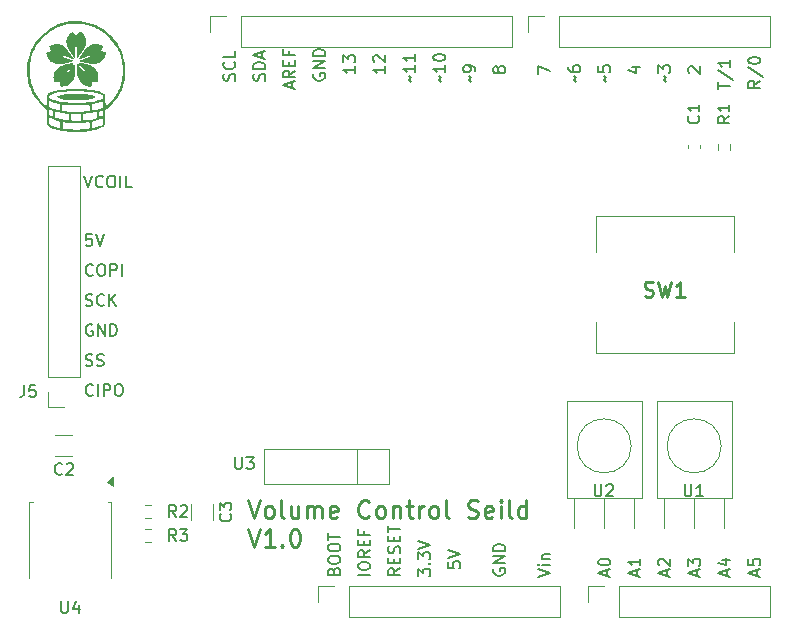
<source format=gbr>
%TF.GenerationSoftware,KiCad,Pcbnew,9.0.6*%
%TF.CreationDate,2025-11-01T12:53:31+09:00*%
%TF.ProjectId,VolumeControlSheild,566f6c75-6d65-4436-9f6e-74726f6c5368,rev?*%
%TF.SameCoordinates,Original*%
%TF.FileFunction,Legend,Top*%
%TF.FilePolarity,Positive*%
%FSLAX46Y46*%
G04 Gerber Fmt 4.6, Leading zero omitted, Abs format (unit mm)*
G04 Created by KiCad (PCBNEW 9.0.6) date 2025-11-01 12:53:31*
%MOMM*%
%LPD*%
G01*
G04 APERTURE LIST*
%ADD10C,0.150000*%
%ADD11C,0.250000*%
%ADD12C,0.254000*%
%ADD13C,0.120000*%
%ADD14C,0.100000*%
%ADD15C,0.000000*%
G04 APERTURE END LIST*
D10*
X107416969Y-66357819D02*
X106940779Y-66357819D01*
X106940779Y-66357819D02*
X106893160Y-66834009D01*
X106893160Y-66834009D02*
X106940779Y-66786390D01*
X106940779Y-66786390D02*
X107036017Y-66738771D01*
X107036017Y-66738771D02*
X107274112Y-66738771D01*
X107274112Y-66738771D02*
X107369350Y-66786390D01*
X107369350Y-66786390D02*
X107416969Y-66834009D01*
X107416969Y-66834009D02*
X107464588Y-66929247D01*
X107464588Y-66929247D02*
X107464588Y-67167342D01*
X107464588Y-67167342D02*
X107416969Y-67262580D01*
X107416969Y-67262580D02*
X107369350Y-67310200D01*
X107369350Y-67310200D02*
X107274112Y-67357819D01*
X107274112Y-67357819D02*
X107036017Y-67357819D01*
X107036017Y-67357819D02*
X106940779Y-67310200D01*
X106940779Y-67310200D02*
X106893160Y-67262580D01*
X107750303Y-66357819D02*
X108083636Y-67357819D01*
X108083636Y-67357819D02*
X108416969Y-66357819D01*
X145224819Y-52768458D02*
X145224819Y-52101792D01*
X145224819Y-52101792D02*
X146224819Y-52530363D01*
X106893160Y-72390200D02*
X107036017Y-72437819D01*
X107036017Y-72437819D02*
X107274112Y-72437819D01*
X107274112Y-72437819D02*
X107369350Y-72390200D01*
X107369350Y-72390200D02*
X107416969Y-72342580D01*
X107416969Y-72342580D02*
X107464588Y-72247342D01*
X107464588Y-72247342D02*
X107464588Y-72152104D01*
X107464588Y-72152104D02*
X107416969Y-72056866D01*
X107416969Y-72056866D02*
X107369350Y-72009247D01*
X107369350Y-72009247D02*
X107274112Y-71961628D01*
X107274112Y-71961628D02*
X107083636Y-71914009D01*
X107083636Y-71914009D02*
X106988398Y-71866390D01*
X106988398Y-71866390D02*
X106940779Y-71818771D01*
X106940779Y-71818771D02*
X106893160Y-71723533D01*
X106893160Y-71723533D02*
X106893160Y-71628295D01*
X106893160Y-71628295D02*
X106940779Y-71533057D01*
X106940779Y-71533057D02*
X106988398Y-71485438D01*
X106988398Y-71485438D02*
X107083636Y-71437819D01*
X107083636Y-71437819D02*
X107321731Y-71437819D01*
X107321731Y-71437819D02*
X107464588Y-71485438D01*
X108464588Y-72342580D02*
X108416969Y-72390200D01*
X108416969Y-72390200D02*
X108274112Y-72437819D01*
X108274112Y-72437819D02*
X108178874Y-72437819D01*
X108178874Y-72437819D02*
X108036017Y-72390200D01*
X108036017Y-72390200D02*
X107940779Y-72294961D01*
X107940779Y-72294961D02*
X107893160Y-72199723D01*
X107893160Y-72199723D02*
X107845541Y-72009247D01*
X107845541Y-72009247D02*
X107845541Y-71866390D01*
X107845541Y-71866390D02*
X107893160Y-71675914D01*
X107893160Y-71675914D02*
X107940779Y-71580676D01*
X107940779Y-71580676D02*
X108036017Y-71485438D01*
X108036017Y-71485438D02*
X108178874Y-71437819D01*
X108178874Y-71437819D02*
X108274112Y-71437819D01*
X108274112Y-71437819D02*
X108416969Y-71485438D01*
X108416969Y-71485438D02*
X108464588Y-71533057D01*
X108893160Y-72437819D02*
X108893160Y-71437819D01*
X109464588Y-72437819D02*
X109036017Y-71866390D01*
X109464588Y-71437819D02*
X108893160Y-72009247D01*
X163719104Y-95265839D02*
X163719104Y-94789649D01*
X164004819Y-95361077D02*
X163004819Y-95027744D01*
X163004819Y-95027744D02*
X164004819Y-94694411D01*
X163004819Y-93884887D02*
X163004819Y-94361077D01*
X163004819Y-94361077D02*
X163481009Y-94408696D01*
X163481009Y-94408696D02*
X163433390Y-94361077D01*
X163433390Y-94361077D02*
X163385771Y-94265839D01*
X163385771Y-94265839D02*
X163385771Y-94027744D01*
X163385771Y-94027744D02*
X163433390Y-93932506D01*
X163433390Y-93932506D02*
X163481009Y-93884887D01*
X163481009Y-93884887D02*
X163576247Y-93837268D01*
X163576247Y-93837268D02*
X163814342Y-93837268D01*
X163814342Y-93837268D02*
X163909580Y-93884887D01*
X163909580Y-93884887D02*
X163957200Y-93932506D01*
X163957200Y-93932506D02*
X164004819Y-94027744D01*
X164004819Y-94027744D02*
X164004819Y-94265839D01*
X164004819Y-94265839D02*
X163957200Y-94361077D01*
X163957200Y-94361077D02*
X163909580Y-94408696D01*
X135064819Y-95313458D02*
X135064819Y-94694411D01*
X135064819Y-94694411D02*
X135445771Y-95027744D01*
X135445771Y-95027744D02*
X135445771Y-94884887D01*
X135445771Y-94884887D02*
X135493390Y-94789649D01*
X135493390Y-94789649D02*
X135541009Y-94742030D01*
X135541009Y-94742030D02*
X135636247Y-94694411D01*
X135636247Y-94694411D02*
X135874342Y-94694411D01*
X135874342Y-94694411D02*
X135969580Y-94742030D01*
X135969580Y-94742030D02*
X136017200Y-94789649D01*
X136017200Y-94789649D02*
X136064819Y-94884887D01*
X136064819Y-94884887D02*
X136064819Y-95170601D01*
X136064819Y-95170601D02*
X136017200Y-95265839D01*
X136017200Y-95265839D02*
X135969580Y-95313458D01*
X135969580Y-94265839D02*
X136017200Y-94218220D01*
X136017200Y-94218220D02*
X136064819Y-94265839D01*
X136064819Y-94265839D02*
X136017200Y-94313458D01*
X136017200Y-94313458D02*
X135969580Y-94265839D01*
X135969580Y-94265839D02*
X136064819Y-94265839D01*
X135064819Y-93884887D02*
X135064819Y-93265840D01*
X135064819Y-93265840D02*
X135445771Y-93599173D01*
X135445771Y-93599173D02*
X135445771Y-93456316D01*
X135445771Y-93456316D02*
X135493390Y-93361078D01*
X135493390Y-93361078D02*
X135541009Y-93313459D01*
X135541009Y-93313459D02*
X135636247Y-93265840D01*
X135636247Y-93265840D02*
X135874342Y-93265840D01*
X135874342Y-93265840D02*
X135969580Y-93313459D01*
X135969580Y-93313459D02*
X136017200Y-93361078D01*
X136017200Y-93361078D02*
X136064819Y-93456316D01*
X136064819Y-93456316D02*
X136064819Y-93742030D01*
X136064819Y-93742030D02*
X136017200Y-93837268D01*
X136017200Y-93837268D02*
X135969580Y-93884887D01*
X135064819Y-92980125D02*
X136064819Y-92646792D01*
X136064819Y-92646792D02*
X135064819Y-92313459D01*
X145224819Y-95361077D02*
X146224819Y-95027744D01*
X146224819Y-95027744D02*
X145224819Y-94694411D01*
X146224819Y-94361077D02*
X145558152Y-94361077D01*
X145224819Y-94361077D02*
X145272438Y-94408696D01*
X145272438Y-94408696D02*
X145320057Y-94361077D01*
X145320057Y-94361077D02*
X145272438Y-94313458D01*
X145272438Y-94313458D02*
X145224819Y-94361077D01*
X145224819Y-94361077D02*
X145320057Y-94361077D01*
X145558152Y-93884887D02*
X146224819Y-93884887D01*
X145653390Y-93884887D02*
X145605771Y-93837268D01*
X145605771Y-93837268D02*
X145558152Y-93742030D01*
X145558152Y-93742030D02*
X145558152Y-93599173D01*
X145558152Y-93599173D02*
X145605771Y-93503935D01*
X145605771Y-93503935D02*
X145701009Y-93456316D01*
X145701009Y-93456316D02*
X146224819Y-93456316D01*
X130984819Y-95218220D02*
X129984819Y-95218220D01*
X129984819Y-94551554D02*
X129984819Y-94361078D01*
X129984819Y-94361078D02*
X130032438Y-94265840D01*
X130032438Y-94265840D02*
X130127676Y-94170602D01*
X130127676Y-94170602D02*
X130318152Y-94122983D01*
X130318152Y-94122983D02*
X130651485Y-94122983D01*
X130651485Y-94122983D02*
X130841961Y-94170602D01*
X130841961Y-94170602D02*
X130937200Y-94265840D01*
X130937200Y-94265840D02*
X130984819Y-94361078D01*
X130984819Y-94361078D02*
X130984819Y-94551554D01*
X130984819Y-94551554D02*
X130937200Y-94646792D01*
X130937200Y-94646792D02*
X130841961Y-94742030D01*
X130841961Y-94742030D02*
X130651485Y-94789649D01*
X130651485Y-94789649D02*
X130318152Y-94789649D01*
X130318152Y-94789649D02*
X130127676Y-94742030D01*
X130127676Y-94742030D02*
X130032438Y-94646792D01*
X130032438Y-94646792D02*
X129984819Y-94551554D01*
X130984819Y-93122983D02*
X130508628Y-93456316D01*
X130984819Y-93694411D02*
X129984819Y-93694411D01*
X129984819Y-93694411D02*
X129984819Y-93313459D01*
X129984819Y-93313459D02*
X130032438Y-93218221D01*
X130032438Y-93218221D02*
X130080057Y-93170602D01*
X130080057Y-93170602D02*
X130175295Y-93122983D01*
X130175295Y-93122983D02*
X130318152Y-93122983D01*
X130318152Y-93122983D02*
X130413390Y-93170602D01*
X130413390Y-93170602D02*
X130461009Y-93218221D01*
X130461009Y-93218221D02*
X130508628Y-93313459D01*
X130508628Y-93313459D02*
X130508628Y-93694411D01*
X130461009Y-92694411D02*
X130461009Y-92361078D01*
X130984819Y-92218221D02*
X130984819Y-92694411D01*
X130984819Y-92694411D02*
X129984819Y-92694411D01*
X129984819Y-92694411D02*
X129984819Y-92218221D01*
X130461009Y-91456316D02*
X130461009Y-91789649D01*
X130984819Y-91789649D02*
X129984819Y-91789649D01*
X129984819Y-91789649D02*
X129984819Y-91313459D01*
X161179104Y-95265839D02*
X161179104Y-94789649D01*
X161464819Y-95361077D02*
X160464819Y-95027744D01*
X160464819Y-95027744D02*
X161464819Y-94694411D01*
X160798152Y-93932506D02*
X161464819Y-93932506D01*
X160417200Y-94170601D02*
X161131485Y-94408696D01*
X161131485Y-94408696D02*
X161131485Y-93789649D01*
X119507200Y-53355839D02*
X119554819Y-53212982D01*
X119554819Y-53212982D02*
X119554819Y-52974887D01*
X119554819Y-52974887D02*
X119507200Y-52879649D01*
X119507200Y-52879649D02*
X119459580Y-52832030D01*
X119459580Y-52832030D02*
X119364342Y-52784411D01*
X119364342Y-52784411D02*
X119269104Y-52784411D01*
X119269104Y-52784411D02*
X119173866Y-52832030D01*
X119173866Y-52832030D02*
X119126247Y-52879649D01*
X119126247Y-52879649D02*
X119078628Y-52974887D01*
X119078628Y-52974887D02*
X119031009Y-53165363D01*
X119031009Y-53165363D02*
X118983390Y-53260601D01*
X118983390Y-53260601D02*
X118935771Y-53308220D01*
X118935771Y-53308220D02*
X118840533Y-53355839D01*
X118840533Y-53355839D02*
X118745295Y-53355839D01*
X118745295Y-53355839D02*
X118650057Y-53308220D01*
X118650057Y-53308220D02*
X118602438Y-53260601D01*
X118602438Y-53260601D02*
X118554819Y-53165363D01*
X118554819Y-53165363D02*
X118554819Y-52927268D01*
X118554819Y-52927268D02*
X118602438Y-52784411D01*
X119459580Y-51784411D02*
X119507200Y-51832030D01*
X119507200Y-51832030D02*
X119554819Y-51974887D01*
X119554819Y-51974887D02*
X119554819Y-52070125D01*
X119554819Y-52070125D02*
X119507200Y-52212982D01*
X119507200Y-52212982D02*
X119411961Y-52308220D01*
X119411961Y-52308220D02*
X119316723Y-52355839D01*
X119316723Y-52355839D02*
X119126247Y-52403458D01*
X119126247Y-52403458D02*
X118983390Y-52403458D01*
X118983390Y-52403458D02*
X118792914Y-52355839D01*
X118792914Y-52355839D02*
X118697676Y-52308220D01*
X118697676Y-52308220D02*
X118602438Y-52212982D01*
X118602438Y-52212982D02*
X118554819Y-52070125D01*
X118554819Y-52070125D02*
X118554819Y-51974887D01*
X118554819Y-51974887D02*
X118602438Y-51832030D01*
X118602438Y-51832030D02*
X118650057Y-51784411D01*
X119554819Y-50879649D02*
X119554819Y-51355839D01*
X119554819Y-51355839D02*
X118554819Y-51355839D01*
X141843390Y-52530363D02*
X141795771Y-52625601D01*
X141795771Y-52625601D02*
X141748152Y-52673220D01*
X141748152Y-52673220D02*
X141652914Y-52720839D01*
X141652914Y-52720839D02*
X141605295Y-52720839D01*
X141605295Y-52720839D02*
X141510057Y-52673220D01*
X141510057Y-52673220D02*
X141462438Y-52625601D01*
X141462438Y-52625601D02*
X141414819Y-52530363D01*
X141414819Y-52530363D02*
X141414819Y-52339887D01*
X141414819Y-52339887D02*
X141462438Y-52244649D01*
X141462438Y-52244649D02*
X141510057Y-52197030D01*
X141510057Y-52197030D02*
X141605295Y-52149411D01*
X141605295Y-52149411D02*
X141652914Y-52149411D01*
X141652914Y-52149411D02*
X141748152Y-52197030D01*
X141748152Y-52197030D02*
X141795771Y-52244649D01*
X141795771Y-52244649D02*
X141843390Y-52339887D01*
X141843390Y-52339887D02*
X141843390Y-52530363D01*
X141843390Y-52530363D02*
X141891009Y-52625601D01*
X141891009Y-52625601D02*
X141938628Y-52673220D01*
X141938628Y-52673220D02*
X142033866Y-52720839D01*
X142033866Y-52720839D02*
X142224342Y-52720839D01*
X142224342Y-52720839D02*
X142319580Y-52673220D01*
X142319580Y-52673220D02*
X142367200Y-52625601D01*
X142367200Y-52625601D02*
X142414819Y-52530363D01*
X142414819Y-52530363D02*
X142414819Y-52339887D01*
X142414819Y-52339887D02*
X142367200Y-52244649D01*
X142367200Y-52244649D02*
X142319580Y-52197030D01*
X142319580Y-52197030D02*
X142224342Y-52149411D01*
X142224342Y-52149411D02*
X142033866Y-52149411D01*
X142033866Y-52149411D02*
X141938628Y-52197030D01*
X141938628Y-52197030D02*
X141891009Y-52244649D01*
X141891009Y-52244649D02*
X141843390Y-52339887D01*
X107512207Y-79962580D02*
X107464588Y-80010200D01*
X107464588Y-80010200D02*
X107321731Y-80057819D01*
X107321731Y-80057819D02*
X107226493Y-80057819D01*
X107226493Y-80057819D02*
X107083636Y-80010200D01*
X107083636Y-80010200D02*
X106988398Y-79914961D01*
X106988398Y-79914961D02*
X106940779Y-79819723D01*
X106940779Y-79819723D02*
X106893160Y-79629247D01*
X106893160Y-79629247D02*
X106893160Y-79486390D01*
X106893160Y-79486390D02*
X106940779Y-79295914D01*
X106940779Y-79295914D02*
X106988398Y-79200676D01*
X106988398Y-79200676D02*
X107083636Y-79105438D01*
X107083636Y-79105438D02*
X107226493Y-79057819D01*
X107226493Y-79057819D02*
X107321731Y-79057819D01*
X107321731Y-79057819D02*
X107464588Y-79105438D01*
X107464588Y-79105438D02*
X107512207Y-79153057D01*
X107940779Y-80057819D02*
X107940779Y-79057819D01*
X108416969Y-80057819D02*
X108416969Y-79057819D01*
X108416969Y-79057819D02*
X108797921Y-79057819D01*
X108797921Y-79057819D02*
X108893159Y-79105438D01*
X108893159Y-79105438D02*
X108940778Y-79153057D01*
X108940778Y-79153057D02*
X108988397Y-79248295D01*
X108988397Y-79248295D02*
X108988397Y-79391152D01*
X108988397Y-79391152D02*
X108940778Y-79486390D01*
X108940778Y-79486390D02*
X108893159Y-79534009D01*
X108893159Y-79534009D02*
X108797921Y-79581628D01*
X108797921Y-79581628D02*
X108416969Y-79581628D01*
X109607445Y-79057819D02*
X109797921Y-79057819D01*
X109797921Y-79057819D02*
X109893159Y-79105438D01*
X109893159Y-79105438D02*
X109988397Y-79200676D01*
X109988397Y-79200676D02*
X110036016Y-79391152D01*
X110036016Y-79391152D02*
X110036016Y-79724485D01*
X110036016Y-79724485D02*
X109988397Y-79914961D01*
X109988397Y-79914961D02*
X109893159Y-80010200D01*
X109893159Y-80010200D02*
X109797921Y-80057819D01*
X109797921Y-80057819D02*
X109607445Y-80057819D01*
X109607445Y-80057819D02*
X109512207Y-80010200D01*
X109512207Y-80010200D02*
X109416969Y-79914961D01*
X109416969Y-79914961D02*
X109369350Y-79724485D01*
X109369350Y-79724485D02*
X109369350Y-79391152D01*
X109369350Y-79391152D02*
X109416969Y-79200676D01*
X109416969Y-79200676D02*
X109512207Y-79105438D01*
X109512207Y-79105438D02*
X109607445Y-79057819D01*
X129714819Y-52149411D02*
X129714819Y-52720839D01*
X129714819Y-52435125D02*
X128714819Y-52435125D01*
X128714819Y-52435125D02*
X128857676Y-52530363D01*
X128857676Y-52530363D02*
X128952914Y-52625601D01*
X128952914Y-52625601D02*
X129000533Y-52720839D01*
X128714819Y-51816077D02*
X128714819Y-51197030D01*
X128714819Y-51197030D02*
X129095771Y-51530363D01*
X129095771Y-51530363D02*
X129095771Y-51387506D01*
X129095771Y-51387506D02*
X129143390Y-51292268D01*
X129143390Y-51292268D02*
X129191009Y-51244649D01*
X129191009Y-51244649D02*
X129286247Y-51197030D01*
X129286247Y-51197030D02*
X129524342Y-51197030D01*
X129524342Y-51197030D02*
X129619580Y-51244649D01*
X129619580Y-51244649D02*
X129667200Y-51292268D01*
X129667200Y-51292268D02*
X129714819Y-51387506D01*
X129714819Y-51387506D02*
X129714819Y-51673220D01*
X129714819Y-51673220D02*
X129667200Y-51768458D01*
X129667200Y-51768458D02*
X129619580Y-51816077D01*
D11*
X120627330Y-88903512D02*
X121127330Y-90403512D01*
X121127330Y-90403512D02*
X121627330Y-88903512D01*
X122341615Y-90403512D02*
X122198758Y-90332084D01*
X122198758Y-90332084D02*
X122127329Y-90260655D01*
X122127329Y-90260655D02*
X122055901Y-90117798D01*
X122055901Y-90117798D02*
X122055901Y-89689226D01*
X122055901Y-89689226D02*
X122127329Y-89546369D01*
X122127329Y-89546369D02*
X122198758Y-89474941D01*
X122198758Y-89474941D02*
X122341615Y-89403512D01*
X122341615Y-89403512D02*
X122555901Y-89403512D01*
X122555901Y-89403512D02*
X122698758Y-89474941D01*
X122698758Y-89474941D02*
X122770187Y-89546369D01*
X122770187Y-89546369D02*
X122841615Y-89689226D01*
X122841615Y-89689226D02*
X122841615Y-90117798D01*
X122841615Y-90117798D02*
X122770187Y-90260655D01*
X122770187Y-90260655D02*
X122698758Y-90332084D01*
X122698758Y-90332084D02*
X122555901Y-90403512D01*
X122555901Y-90403512D02*
X122341615Y-90403512D01*
X123698758Y-90403512D02*
X123555901Y-90332084D01*
X123555901Y-90332084D02*
X123484472Y-90189226D01*
X123484472Y-90189226D02*
X123484472Y-88903512D01*
X124913044Y-89403512D02*
X124913044Y-90403512D01*
X124270186Y-89403512D02*
X124270186Y-90189226D01*
X124270186Y-90189226D02*
X124341615Y-90332084D01*
X124341615Y-90332084D02*
X124484472Y-90403512D01*
X124484472Y-90403512D02*
X124698758Y-90403512D01*
X124698758Y-90403512D02*
X124841615Y-90332084D01*
X124841615Y-90332084D02*
X124913044Y-90260655D01*
X125627329Y-90403512D02*
X125627329Y-89403512D01*
X125627329Y-89546369D02*
X125698758Y-89474941D01*
X125698758Y-89474941D02*
X125841615Y-89403512D01*
X125841615Y-89403512D02*
X126055901Y-89403512D01*
X126055901Y-89403512D02*
X126198758Y-89474941D01*
X126198758Y-89474941D02*
X126270187Y-89617798D01*
X126270187Y-89617798D02*
X126270187Y-90403512D01*
X126270187Y-89617798D02*
X126341615Y-89474941D01*
X126341615Y-89474941D02*
X126484472Y-89403512D01*
X126484472Y-89403512D02*
X126698758Y-89403512D01*
X126698758Y-89403512D02*
X126841615Y-89474941D01*
X126841615Y-89474941D02*
X126913044Y-89617798D01*
X126913044Y-89617798D02*
X126913044Y-90403512D01*
X128198758Y-90332084D02*
X128055901Y-90403512D01*
X128055901Y-90403512D02*
X127770187Y-90403512D01*
X127770187Y-90403512D02*
X127627329Y-90332084D01*
X127627329Y-90332084D02*
X127555901Y-90189226D01*
X127555901Y-90189226D02*
X127555901Y-89617798D01*
X127555901Y-89617798D02*
X127627329Y-89474941D01*
X127627329Y-89474941D02*
X127770187Y-89403512D01*
X127770187Y-89403512D02*
X128055901Y-89403512D01*
X128055901Y-89403512D02*
X128198758Y-89474941D01*
X128198758Y-89474941D02*
X128270187Y-89617798D01*
X128270187Y-89617798D02*
X128270187Y-89760655D01*
X128270187Y-89760655D02*
X127555901Y-89903512D01*
X130913043Y-90260655D02*
X130841615Y-90332084D01*
X130841615Y-90332084D02*
X130627329Y-90403512D01*
X130627329Y-90403512D02*
X130484472Y-90403512D01*
X130484472Y-90403512D02*
X130270186Y-90332084D01*
X130270186Y-90332084D02*
X130127329Y-90189226D01*
X130127329Y-90189226D02*
X130055900Y-90046369D01*
X130055900Y-90046369D02*
X129984472Y-89760655D01*
X129984472Y-89760655D02*
X129984472Y-89546369D01*
X129984472Y-89546369D02*
X130055900Y-89260655D01*
X130055900Y-89260655D02*
X130127329Y-89117798D01*
X130127329Y-89117798D02*
X130270186Y-88974941D01*
X130270186Y-88974941D02*
X130484472Y-88903512D01*
X130484472Y-88903512D02*
X130627329Y-88903512D01*
X130627329Y-88903512D02*
X130841615Y-88974941D01*
X130841615Y-88974941D02*
X130913043Y-89046369D01*
X131770186Y-90403512D02*
X131627329Y-90332084D01*
X131627329Y-90332084D02*
X131555900Y-90260655D01*
X131555900Y-90260655D02*
X131484472Y-90117798D01*
X131484472Y-90117798D02*
X131484472Y-89689226D01*
X131484472Y-89689226D02*
X131555900Y-89546369D01*
X131555900Y-89546369D02*
X131627329Y-89474941D01*
X131627329Y-89474941D02*
X131770186Y-89403512D01*
X131770186Y-89403512D02*
X131984472Y-89403512D01*
X131984472Y-89403512D02*
X132127329Y-89474941D01*
X132127329Y-89474941D02*
X132198758Y-89546369D01*
X132198758Y-89546369D02*
X132270186Y-89689226D01*
X132270186Y-89689226D02*
X132270186Y-90117798D01*
X132270186Y-90117798D02*
X132198758Y-90260655D01*
X132198758Y-90260655D02*
X132127329Y-90332084D01*
X132127329Y-90332084D02*
X131984472Y-90403512D01*
X131984472Y-90403512D02*
X131770186Y-90403512D01*
X132913043Y-89403512D02*
X132913043Y-90403512D01*
X132913043Y-89546369D02*
X132984472Y-89474941D01*
X132984472Y-89474941D02*
X133127329Y-89403512D01*
X133127329Y-89403512D02*
X133341615Y-89403512D01*
X133341615Y-89403512D02*
X133484472Y-89474941D01*
X133484472Y-89474941D02*
X133555901Y-89617798D01*
X133555901Y-89617798D02*
X133555901Y-90403512D01*
X134055901Y-89403512D02*
X134627329Y-89403512D01*
X134270186Y-88903512D02*
X134270186Y-90189226D01*
X134270186Y-90189226D02*
X134341615Y-90332084D01*
X134341615Y-90332084D02*
X134484472Y-90403512D01*
X134484472Y-90403512D02*
X134627329Y-90403512D01*
X135127329Y-90403512D02*
X135127329Y-89403512D01*
X135127329Y-89689226D02*
X135198758Y-89546369D01*
X135198758Y-89546369D02*
X135270187Y-89474941D01*
X135270187Y-89474941D02*
X135413044Y-89403512D01*
X135413044Y-89403512D02*
X135555901Y-89403512D01*
X136270186Y-90403512D02*
X136127329Y-90332084D01*
X136127329Y-90332084D02*
X136055900Y-90260655D01*
X136055900Y-90260655D02*
X135984472Y-90117798D01*
X135984472Y-90117798D02*
X135984472Y-89689226D01*
X135984472Y-89689226D02*
X136055900Y-89546369D01*
X136055900Y-89546369D02*
X136127329Y-89474941D01*
X136127329Y-89474941D02*
X136270186Y-89403512D01*
X136270186Y-89403512D02*
X136484472Y-89403512D01*
X136484472Y-89403512D02*
X136627329Y-89474941D01*
X136627329Y-89474941D02*
X136698758Y-89546369D01*
X136698758Y-89546369D02*
X136770186Y-89689226D01*
X136770186Y-89689226D02*
X136770186Y-90117798D01*
X136770186Y-90117798D02*
X136698758Y-90260655D01*
X136698758Y-90260655D02*
X136627329Y-90332084D01*
X136627329Y-90332084D02*
X136484472Y-90403512D01*
X136484472Y-90403512D02*
X136270186Y-90403512D01*
X137627329Y-90403512D02*
X137484472Y-90332084D01*
X137484472Y-90332084D02*
X137413043Y-90189226D01*
X137413043Y-90189226D02*
X137413043Y-88903512D01*
X139270186Y-90332084D02*
X139484472Y-90403512D01*
X139484472Y-90403512D02*
X139841614Y-90403512D01*
X139841614Y-90403512D02*
X139984472Y-90332084D01*
X139984472Y-90332084D02*
X140055900Y-90260655D01*
X140055900Y-90260655D02*
X140127329Y-90117798D01*
X140127329Y-90117798D02*
X140127329Y-89974941D01*
X140127329Y-89974941D02*
X140055900Y-89832084D01*
X140055900Y-89832084D02*
X139984472Y-89760655D01*
X139984472Y-89760655D02*
X139841614Y-89689226D01*
X139841614Y-89689226D02*
X139555900Y-89617798D01*
X139555900Y-89617798D02*
X139413043Y-89546369D01*
X139413043Y-89546369D02*
X139341614Y-89474941D01*
X139341614Y-89474941D02*
X139270186Y-89332084D01*
X139270186Y-89332084D02*
X139270186Y-89189226D01*
X139270186Y-89189226D02*
X139341614Y-89046369D01*
X139341614Y-89046369D02*
X139413043Y-88974941D01*
X139413043Y-88974941D02*
X139555900Y-88903512D01*
X139555900Y-88903512D02*
X139913043Y-88903512D01*
X139913043Y-88903512D02*
X140127329Y-88974941D01*
X141341614Y-90332084D02*
X141198757Y-90403512D01*
X141198757Y-90403512D02*
X140913043Y-90403512D01*
X140913043Y-90403512D02*
X140770185Y-90332084D01*
X140770185Y-90332084D02*
X140698757Y-90189226D01*
X140698757Y-90189226D02*
X140698757Y-89617798D01*
X140698757Y-89617798D02*
X140770185Y-89474941D01*
X140770185Y-89474941D02*
X140913043Y-89403512D01*
X140913043Y-89403512D02*
X141198757Y-89403512D01*
X141198757Y-89403512D02*
X141341614Y-89474941D01*
X141341614Y-89474941D02*
X141413043Y-89617798D01*
X141413043Y-89617798D02*
X141413043Y-89760655D01*
X141413043Y-89760655D02*
X140698757Y-89903512D01*
X142055899Y-90403512D02*
X142055899Y-89403512D01*
X142055899Y-88903512D02*
X141984471Y-88974941D01*
X141984471Y-88974941D02*
X142055899Y-89046369D01*
X142055899Y-89046369D02*
X142127328Y-88974941D01*
X142127328Y-88974941D02*
X142055899Y-88903512D01*
X142055899Y-88903512D02*
X142055899Y-89046369D01*
X142984471Y-90403512D02*
X142841614Y-90332084D01*
X142841614Y-90332084D02*
X142770185Y-90189226D01*
X142770185Y-90189226D02*
X142770185Y-88903512D01*
X144198757Y-90403512D02*
X144198757Y-88903512D01*
X144198757Y-90332084D02*
X144055899Y-90403512D01*
X144055899Y-90403512D02*
X143770185Y-90403512D01*
X143770185Y-90403512D02*
X143627328Y-90332084D01*
X143627328Y-90332084D02*
X143555899Y-90260655D01*
X143555899Y-90260655D02*
X143484471Y-90117798D01*
X143484471Y-90117798D02*
X143484471Y-89689226D01*
X143484471Y-89689226D02*
X143555899Y-89546369D01*
X143555899Y-89546369D02*
X143627328Y-89474941D01*
X143627328Y-89474941D02*
X143770185Y-89403512D01*
X143770185Y-89403512D02*
X144055899Y-89403512D01*
X144055899Y-89403512D02*
X144198757Y-89474941D01*
X120627330Y-91318428D02*
X121127330Y-92818428D01*
X121127330Y-92818428D02*
X121627330Y-91318428D01*
X122913044Y-92818428D02*
X122055901Y-92818428D01*
X122484472Y-92818428D02*
X122484472Y-91318428D01*
X122484472Y-91318428D02*
X122341615Y-91532714D01*
X122341615Y-91532714D02*
X122198758Y-91675571D01*
X122198758Y-91675571D02*
X122055901Y-91747000D01*
X123555900Y-92675571D02*
X123627329Y-92747000D01*
X123627329Y-92747000D02*
X123555900Y-92818428D01*
X123555900Y-92818428D02*
X123484472Y-92747000D01*
X123484472Y-92747000D02*
X123555900Y-92675571D01*
X123555900Y-92675571D02*
X123555900Y-92818428D01*
X124555901Y-91318428D02*
X124698758Y-91318428D01*
X124698758Y-91318428D02*
X124841615Y-91389857D01*
X124841615Y-91389857D02*
X124913044Y-91461285D01*
X124913044Y-91461285D02*
X124984472Y-91604142D01*
X124984472Y-91604142D02*
X125055901Y-91889857D01*
X125055901Y-91889857D02*
X125055901Y-92247000D01*
X125055901Y-92247000D02*
X124984472Y-92532714D01*
X124984472Y-92532714D02*
X124913044Y-92675571D01*
X124913044Y-92675571D02*
X124841615Y-92747000D01*
X124841615Y-92747000D02*
X124698758Y-92818428D01*
X124698758Y-92818428D02*
X124555901Y-92818428D01*
X124555901Y-92818428D02*
X124413044Y-92747000D01*
X124413044Y-92747000D02*
X124341615Y-92675571D01*
X124341615Y-92675571D02*
X124270186Y-92532714D01*
X124270186Y-92532714D02*
X124198758Y-92247000D01*
X124198758Y-92247000D02*
X124198758Y-91889857D01*
X124198758Y-91889857D02*
X124270186Y-91604142D01*
X124270186Y-91604142D02*
X124341615Y-91461285D01*
X124341615Y-91461285D02*
X124413044Y-91389857D01*
X124413044Y-91389857D02*
X124555901Y-91318428D01*
D10*
X156099104Y-95265839D02*
X156099104Y-94789649D01*
X156384819Y-95361077D02*
X155384819Y-95027744D01*
X155384819Y-95027744D02*
X156384819Y-94694411D01*
X155480057Y-94408696D02*
X155432438Y-94361077D01*
X155432438Y-94361077D02*
X155384819Y-94265839D01*
X155384819Y-94265839D02*
X155384819Y-94027744D01*
X155384819Y-94027744D02*
X155432438Y-93932506D01*
X155432438Y-93932506D02*
X155480057Y-93884887D01*
X155480057Y-93884887D02*
X155575295Y-93837268D01*
X155575295Y-93837268D02*
X155670533Y-93837268D01*
X155670533Y-93837268D02*
X155813390Y-93884887D01*
X155813390Y-93884887D02*
X156384819Y-94456315D01*
X156384819Y-94456315D02*
X156384819Y-93837268D01*
X164004819Y-53371792D02*
X163528628Y-53705125D01*
X164004819Y-53943220D02*
X163004819Y-53943220D01*
X163004819Y-53943220D02*
X163004819Y-53562268D01*
X163004819Y-53562268D02*
X163052438Y-53467030D01*
X163052438Y-53467030D02*
X163100057Y-53419411D01*
X163100057Y-53419411D02*
X163195295Y-53371792D01*
X163195295Y-53371792D02*
X163338152Y-53371792D01*
X163338152Y-53371792D02*
X163433390Y-53419411D01*
X163433390Y-53419411D02*
X163481009Y-53467030D01*
X163481009Y-53467030D02*
X163528628Y-53562268D01*
X163528628Y-53562268D02*
X163528628Y-53943220D01*
X162957200Y-52228935D02*
X164242914Y-53086077D01*
X163004819Y-51705125D02*
X163004819Y-51609887D01*
X163004819Y-51609887D02*
X163052438Y-51514649D01*
X163052438Y-51514649D02*
X163100057Y-51467030D01*
X163100057Y-51467030D02*
X163195295Y-51419411D01*
X163195295Y-51419411D02*
X163385771Y-51371792D01*
X163385771Y-51371792D02*
X163623866Y-51371792D01*
X163623866Y-51371792D02*
X163814342Y-51419411D01*
X163814342Y-51419411D02*
X163909580Y-51467030D01*
X163909580Y-51467030D02*
X163957200Y-51514649D01*
X163957200Y-51514649D02*
X164004819Y-51609887D01*
X164004819Y-51609887D02*
X164004819Y-51705125D01*
X164004819Y-51705125D02*
X163957200Y-51800363D01*
X163957200Y-51800363D02*
X163909580Y-51847982D01*
X163909580Y-51847982D02*
X163814342Y-51895601D01*
X163814342Y-51895601D02*
X163623866Y-51943220D01*
X163623866Y-51943220D02*
X163385771Y-51943220D01*
X163385771Y-51943220D02*
X163195295Y-51895601D01*
X163195295Y-51895601D02*
X163100057Y-51847982D01*
X163100057Y-51847982D02*
X163052438Y-51800363D01*
X163052438Y-51800363D02*
X163004819Y-51705125D01*
X139493866Y-53451077D02*
X139446247Y-53403458D01*
X139446247Y-53403458D02*
X139398628Y-53308220D01*
X139398628Y-53308220D02*
X139493866Y-53117744D01*
X139493866Y-53117744D02*
X139446247Y-53022506D01*
X139446247Y-53022506D02*
X139398628Y-52974887D01*
X139874819Y-52546315D02*
X139874819Y-52355839D01*
X139874819Y-52355839D02*
X139827200Y-52260601D01*
X139827200Y-52260601D02*
X139779580Y-52212982D01*
X139779580Y-52212982D02*
X139636723Y-52117744D01*
X139636723Y-52117744D02*
X139446247Y-52070125D01*
X139446247Y-52070125D02*
X139065295Y-52070125D01*
X139065295Y-52070125D02*
X138970057Y-52117744D01*
X138970057Y-52117744D02*
X138922438Y-52165363D01*
X138922438Y-52165363D02*
X138874819Y-52260601D01*
X138874819Y-52260601D02*
X138874819Y-52451077D01*
X138874819Y-52451077D02*
X138922438Y-52546315D01*
X138922438Y-52546315D02*
X138970057Y-52593934D01*
X138970057Y-52593934D02*
X139065295Y-52641553D01*
X139065295Y-52641553D02*
X139303390Y-52641553D01*
X139303390Y-52641553D02*
X139398628Y-52593934D01*
X139398628Y-52593934D02*
X139446247Y-52546315D01*
X139446247Y-52546315D02*
X139493866Y-52451077D01*
X139493866Y-52451077D02*
X139493866Y-52260601D01*
X139493866Y-52260601D02*
X139446247Y-52165363D01*
X139446247Y-52165363D02*
X139398628Y-52117744D01*
X139398628Y-52117744D02*
X139303390Y-52070125D01*
X106893160Y-77470200D02*
X107036017Y-77517819D01*
X107036017Y-77517819D02*
X107274112Y-77517819D01*
X107274112Y-77517819D02*
X107369350Y-77470200D01*
X107369350Y-77470200D02*
X107416969Y-77422580D01*
X107416969Y-77422580D02*
X107464588Y-77327342D01*
X107464588Y-77327342D02*
X107464588Y-77232104D01*
X107464588Y-77232104D02*
X107416969Y-77136866D01*
X107416969Y-77136866D02*
X107369350Y-77089247D01*
X107369350Y-77089247D02*
X107274112Y-77041628D01*
X107274112Y-77041628D02*
X107083636Y-76994009D01*
X107083636Y-76994009D02*
X106988398Y-76946390D01*
X106988398Y-76946390D02*
X106940779Y-76898771D01*
X106940779Y-76898771D02*
X106893160Y-76803533D01*
X106893160Y-76803533D02*
X106893160Y-76708295D01*
X106893160Y-76708295D02*
X106940779Y-76613057D01*
X106940779Y-76613057D02*
X106988398Y-76565438D01*
X106988398Y-76565438D02*
X107083636Y-76517819D01*
X107083636Y-76517819D02*
X107321731Y-76517819D01*
X107321731Y-76517819D02*
X107464588Y-76565438D01*
X107845541Y-77470200D02*
X107988398Y-77517819D01*
X107988398Y-77517819D02*
X108226493Y-77517819D01*
X108226493Y-77517819D02*
X108321731Y-77470200D01*
X108321731Y-77470200D02*
X108369350Y-77422580D01*
X108369350Y-77422580D02*
X108416969Y-77327342D01*
X108416969Y-77327342D02*
X108416969Y-77232104D01*
X108416969Y-77232104D02*
X108369350Y-77136866D01*
X108369350Y-77136866D02*
X108321731Y-77089247D01*
X108321731Y-77089247D02*
X108226493Y-77041628D01*
X108226493Y-77041628D02*
X108036017Y-76994009D01*
X108036017Y-76994009D02*
X107940779Y-76946390D01*
X107940779Y-76946390D02*
X107893160Y-76898771D01*
X107893160Y-76898771D02*
X107845541Y-76803533D01*
X107845541Y-76803533D02*
X107845541Y-76708295D01*
X107845541Y-76708295D02*
X107893160Y-76613057D01*
X107893160Y-76613057D02*
X107940779Y-76565438D01*
X107940779Y-76565438D02*
X108036017Y-76517819D01*
X108036017Y-76517819D02*
X108274112Y-76517819D01*
X108274112Y-76517819D02*
X108416969Y-76565438D01*
X132254819Y-52149411D02*
X132254819Y-52720839D01*
X132254819Y-52435125D02*
X131254819Y-52435125D01*
X131254819Y-52435125D02*
X131397676Y-52530363D01*
X131397676Y-52530363D02*
X131492914Y-52625601D01*
X131492914Y-52625601D02*
X131540533Y-52720839D01*
X131350057Y-51768458D02*
X131302438Y-51720839D01*
X131302438Y-51720839D02*
X131254819Y-51625601D01*
X131254819Y-51625601D02*
X131254819Y-51387506D01*
X131254819Y-51387506D02*
X131302438Y-51292268D01*
X131302438Y-51292268D02*
X131350057Y-51244649D01*
X131350057Y-51244649D02*
X131445295Y-51197030D01*
X131445295Y-51197030D02*
X131540533Y-51197030D01*
X131540533Y-51197030D02*
X131683390Y-51244649D01*
X131683390Y-51244649D02*
X132254819Y-51816077D01*
X132254819Y-51816077D02*
X132254819Y-51197030D01*
X151019104Y-95265839D02*
X151019104Y-94789649D01*
X151304819Y-95361077D02*
X150304819Y-95027744D01*
X150304819Y-95027744D02*
X151304819Y-94694411D01*
X150304819Y-94170601D02*
X150304819Y-94075363D01*
X150304819Y-94075363D02*
X150352438Y-93980125D01*
X150352438Y-93980125D02*
X150400057Y-93932506D01*
X150400057Y-93932506D02*
X150495295Y-93884887D01*
X150495295Y-93884887D02*
X150685771Y-93837268D01*
X150685771Y-93837268D02*
X150923866Y-93837268D01*
X150923866Y-93837268D02*
X151114342Y-93884887D01*
X151114342Y-93884887D02*
X151209580Y-93932506D01*
X151209580Y-93932506D02*
X151257200Y-93980125D01*
X151257200Y-93980125D02*
X151304819Y-94075363D01*
X151304819Y-94075363D02*
X151304819Y-94170601D01*
X151304819Y-94170601D02*
X151257200Y-94265839D01*
X151257200Y-94265839D02*
X151209580Y-94313458D01*
X151209580Y-94313458D02*
X151114342Y-94361077D01*
X151114342Y-94361077D02*
X150923866Y-94408696D01*
X150923866Y-94408696D02*
X150685771Y-94408696D01*
X150685771Y-94408696D02*
X150495295Y-94361077D01*
X150495295Y-94361077D02*
X150400057Y-94313458D01*
X150400057Y-94313458D02*
X150352438Y-94265839D01*
X150352438Y-94265839D02*
X150304819Y-94170601D01*
X122047200Y-53355839D02*
X122094819Y-53212982D01*
X122094819Y-53212982D02*
X122094819Y-52974887D01*
X122094819Y-52974887D02*
X122047200Y-52879649D01*
X122047200Y-52879649D02*
X121999580Y-52832030D01*
X121999580Y-52832030D02*
X121904342Y-52784411D01*
X121904342Y-52784411D02*
X121809104Y-52784411D01*
X121809104Y-52784411D02*
X121713866Y-52832030D01*
X121713866Y-52832030D02*
X121666247Y-52879649D01*
X121666247Y-52879649D02*
X121618628Y-52974887D01*
X121618628Y-52974887D02*
X121571009Y-53165363D01*
X121571009Y-53165363D02*
X121523390Y-53260601D01*
X121523390Y-53260601D02*
X121475771Y-53308220D01*
X121475771Y-53308220D02*
X121380533Y-53355839D01*
X121380533Y-53355839D02*
X121285295Y-53355839D01*
X121285295Y-53355839D02*
X121190057Y-53308220D01*
X121190057Y-53308220D02*
X121142438Y-53260601D01*
X121142438Y-53260601D02*
X121094819Y-53165363D01*
X121094819Y-53165363D02*
X121094819Y-52927268D01*
X121094819Y-52927268D02*
X121142438Y-52784411D01*
X122094819Y-52355839D02*
X121094819Y-52355839D01*
X121094819Y-52355839D02*
X121094819Y-52117744D01*
X121094819Y-52117744D02*
X121142438Y-51974887D01*
X121142438Y-51974887D02*
X121237676Y-51879649D01*
X121237676Y-51879649D02*
X121332914Y-51832030D01*
X121332914Y-51832030D02*
X121523390Y-51784411D01*
X121523390Y-51784411D02*
X121666247Y-51784411D01*
X121666247Y-51784411D02*
X121856723Y-51832030D01*
X121856723Y-51832030D02*
X121951961Y-51879649D01*
X121951961Y-51879649D02*
X122047200Y-51974887D01*
X122047200Y-51974887D02*
X122094819Y-52117744D01*
X122094819Y-52117744D02*
X122094819Y-52355839D01*
X121809104Y-51403458D02*
X121809104Y-50927268D01*
X122094819Y-51498696D02*
X121094819Y-51165363D01*
X121094819Y-51165363D02*
X122094819Y-50832030D01*
X160464819Y-54086077D02*
X160464819Y-53514649D01*
X161464819Y-53800363D02*
X160464819Y-53800363D01*
X160417200Y-52467030D02*
X161702914Y-53324172D01*
X161464819Y-51609887D02*
X161464819Y-52181315D01*
X161464819Y-51895601D02*
X160464819Y-51895601D01*
X160464819Y-51895601D02*
X160607676Y-51990839D01*
X160607676Y-51990839D02*
X160702914Y-52086077D01*
X160702914Y-52086077D02*
X160750533Y-52181315D01*
X137604819Y-94107030D02*
X137604819Y-94583220D01*
X137604819Y-94583220D02*
X138081009Y-94630839D01*
X138081009Y-94630839D02*
X138033390Y-94583220D01*
X138033390Y-94583220D02*
X137985771Y-94487982D01*
X137985771Y-94487982D02*
X137985771Y-94249887D01*
X137985771Y-94249887D02*
X138033390Y-94154649D01*
X138033390Y-94154649D02*
X138081009Y-94107030D01*
X138081009Y-94107030D02*
X138176247Y-94059411D01*
X138176247Y-94059411D02*
X138414342Y-94059411D01*
X138414342Y-94059411D02*
X138509580Y-94107030D01*
X138509580Y-94107030D02*
X138557200Y-94154649D01*
X138557200Y-94154649D02*
X138604819Y-94249887D01*
X138604819Y-94249887D02*
X138604819Y-94487982D01*
X138604819Y-94487982D02*
X138557200Y-94583220D01*
X138557200Y-94583220D02*
X138509580Y-94630839D01*
X137604819Y-93773696D02*
X138604819Y-93440363D01*
X138604819Y-93440363D02*
X137604819Y-93107030D01*
X126222438Y-52784411D02*
X126174819Y-52879649D01*
X126174819Y-52879649D02*
X126174819Y-53022506D01*
X126174819Y-53022506D02*
X126222438Y-53165363D01*
X126222438Y-53165363D02*
X126317676Y-53260601D01*
X126317676Y-53260601D02*
X126412914Y-53308220D01*
X126412914Y-53308220D02*
X126603390Y-53355839D01*
X126603390Y-53355839D02*
X126746247Y-53355839D01*
X126746247Y-53355839D02*
X126936723Y-53308220D01*
X126936723Y-53308220D02*
X127031961Y-53260601D01*
X127031961Y-53260601D02*
X127127200Y-53165363D01*
X127127200Y-53165363D02*
X127174819Y-53022506D01*
X127174819Y-53022506D02*
X127174819Y-52927268D01*
X127174819Y-52927268D02*
X127127200Y-52784411D01*
X127127200Y-52784411D02*
X127079580Y-52736792D01*
X127079580Y-52736792D02*
X126746247Y-52736792D01*
X126746247Y-52736792D02*
X126746247Y-52927268D01*
X127174819Y-52308220D02*
X126174819Y-52308220D01*
X126174819Y-52308220D02*
X127174819Y-51736792D01*
X127174819Y-51736792D02*
X126174819Y-51736792D01*
X127174819Y-51260601D02*
X126174819Y-51260601D01*
X126174819Y-51260601D02*
X126174819Y-51022506D01*
X126174819Y-51022506D02*
X126222438Y-50879649D01*
X126222438Y-50879649D02*
X126317676Y-50784411D01*
X126317676Y-50784411D02*
X126412914Y-50736792D01*
X126412914Y-50736792D02*
X126603390Y-50689173D01*
X126603390Y-50689173D02*
X126746247Y-50689173D01*
X126746247Y-50689173D02*
X126936723Y-50736792D01*
X126936723Y-50736792D02*
X127031961Y-50784411D01*
X127031961Y-50784411D02*
X127127200Y-50879649D01*
X127127200Y-50879649D02*
X127174819Y-51022506D01*
X127174819Y-51022506D02*
X127174819Y-51260601D01*
X158639104Y-95265839D02*
X158639104Y-94789649D01*
X158924819Y-95361077D02*
X157924819Y-95027744D01*
X157924819Y-95027744D02*
X158924819Y-94694411D01*
X157924819Y-94456315D02*
X157924819Y-93837268D01*
X157924819Y-93837268D02*
X158305771Y-94170601D01*
X158305771Y-94170601D02*
X158305771Y-94027744D01*
X158305771Y-94027744D02*
X158353390Y-93932506D01*
X158353390Y-93932506D02*
X158401009Y-93884887D01*
X158401009Y-93884887D02*
X158496247Y-93837268D01*
X158496247Y-93837268D02*
X158734342Y-93837268D01*
X158734342Y-93837268D02*
X158829580Y-93884887D01*
X158829580Y-93884887D02*
X158877200Y-93932506D01*
X158877200Y-93932506D02*
X158924819Y-94027744D01*
X158924819Y-94027744D02*
X158924819Y-94313458D01*
X158924819Y-94313458D02*
X158877200Y-94408696D01*
X158877200Y-94408696D02*
X158829580Y-94456315D01*
X156003866Y-53451077D02*
X155956247Y-53403458D01*
X155956247Y-53403458D02*
X155908628Y-53308220D01*
X155908628Y-53308220D02*
X156003866Y-53117744D01*
X156003866Y-53117744D02*
X155956247Y-53022506D01*
X155956247Y-53022506D02*
X155908628Y-52974887D01*
X155384819Y-52689172D02*
X155384819Y-52070125D01*
X155384819Y-52070125D02*
X155765771Y-52403458D01*
X155765771Y-52403458D02*
X155765771Y-52260601D01*
X155765771Y-52260601D02*
X155813390Y-52165363D01*
X155813390Y-52165363D02*
X155861009Y-52117744D01*
X155861009Y-52117744D02*
X155956247Y-52070125D01*
X155956247Y-52070125D02*
X156194342Y-52070125D01*
X156194342Y-52070125D02*
X156289580Y-52117744D01*
X156289580Y-52117744D02*
X156337200Y-52165363D01*
X156337200Y-52165363D02*
X156384819Y-52260601D01*
X156384819Y-52260601D02*
X156384819Y-52546315D01*
X156384819Y-52546315D02*
X156337200Y-52641553D01*
X156337200Y-52641553D02*
X156289580Y-52689172D01*
X158020057Y-52720839D02*
X157972438Y-52673220D01*
X157972438Y-52673220D02*
X157924819Y-52577982D01*
X157924819Y-52577982D02*
X157924819Y-52339887D01*
X157924819Y-52339887D02*
X157972438Y-52244649D01*
X157972438Y-52244649D02*
X158020057Y-52197030D01*
X158020057Y-52197030D02*
X158115295Y-52149411D01*
X158115295Y-52149411D02*
X158210533Y-52149411D01*
X158210533Y-52149411D02*
X158353390Y-52197030D01*
X158353390Y-52197030D02*
X158924819Y-52768458D01*
X158924819Y-52768458D02*
X158924819Y-52149411D01*
X148383866Y-53451077D02*
X148336247Y-53403458D01*
X148336247Y-53403458D02*
X148288628Y-53308220D01*
X148288628Y-53308220D02*
X148383866Y-53117744D01*
X148383866Y-53117744D02*
X148336247Y-53022506D01*
X148336247Y-53022506D02*
X148288628Y-52974887D01*
X147764819Y-52165363D02*
X147764819Y-52355839D01*
X147764819Y-52355839D02*
X147812438Y-52451077D01*
X147812438Y-52451077D02*
X147860057Y-52498696D01*
X147860057Y-52498696D02*
X148002914Y-52593934D01*
X148002914Y-52593934D02*
X148193390Y-52641553D01*
X148193390Y-52641553D02*
X148574342Y-52641553D01*
X148574342Y-52641553D02*
X148669580Y-52593934D01*
X148669580Y-52593934D02*
X148717200Y-52546315D01*
X148717200Y-52546315D02*
X148764819Y-52451077D01*
X148764819Y-52451077D02*
X148764819Y-52260601D01*
X148764819Y-52260601D02*
X148717200Y-52165363D01*
X148717200Y-52165363D02*
X148669580Y-52117744D01*
X148669580Y-52117744D02*
X148574342Y-52070125D01*
X148574342Y-52070125D02*
X148336247Y-52070125D01*
X148336247Y-52070125D02*
X148241009Y-52117744D01*
X148241009Y-52117744D02*
X148193390Y-52165363D01*
X148193390Y-52165363D02*
X148145771Y-52260601D01*
X148145771Y-52260601D02*
X148145771Y-52451077D01*
X148145771Y-52451077D02*
X148193390Y-52546315D01*
X148193390Y-52546315D02*
X148241009Y-52593934D01*
X148241009Y-52593934D02*
X148336247Y-52641553D01*
X134413866Y-53451077D02*
X134366247Y-53403458D01*
X134366247Y-53403458D02*
X134318628Y-53308220D01*
X134318628Y-53308220D02*
X134413866Y-53117744D01*
X134413866Y-53117744D02*
X134366247Y-53022506D01*
X134366247Y-53022506D02*
X134318628Y-52974887D01*
X134794819Y-52070125D02*
X134794819Y-52641553D01*
X134794819Y-52355839D02*
X133794819Y-52355839D01*
X133794819Y-52355839D02*
X133937676Y-52451077D01*
X133937676Y-52451077D02*
X134032914Y-52546315D01*
X134032914Y-52546315D02*
X134080533Y-52641553D01*
X134794819Y-51117744D02*
X134794819Y-51689172D01*
X134794819Y-51403458D02*
X133794819Y-51403458D01*
X133794819Y-51403458D02*
X133937676Y-51498696D01*
X133937676Y-51498696D02*
X134032914Y-51593934D01*
X134032914Y-51593934D02*
X134080533Y-51689172D01*
X124349104Y-53990839D02*
X124349104Y-53514649D01*
X124634819Y-54086077D02*
X123634819Y-53752744D01*
X123634819Y-53752744D02*
X124634819Y-53419411D01*
X124634819Y-52514649D02*
X124158628Y-52847982D01*
X124634819Y-53086077D02*
X123634819Y-53086077D01*
X123634819Y-53086077D02*
X123634819Y-52705125D01*
X123634819Y-52705125D02*
X123682438Y-52609887D01*
X123682438Y-52609887D02*
X123730057Y-52562268D01*
X123730057Y-52562268D02*
X123825295Y-52514649D01*
X123825295Y-52514649D02*
X123968152Y-52514649D01*
X123968152Y-52514649D02*
X124063390Y-52562268D01*
X124063390Y-52562268D02*
X124111009Y-52609887D01*
X124111009Y-52609887D02*
X124158628Y-52705125D01*
X124158628Y-52705125D02*
X124158628Y-53086077D01*
X124111009Y-52086077D02*
X124111009Y-51752744D01*
X124634819Y-51609887D02*
X124634819Y-52086077D01*
X124634819Y-52086077D02*
X123634819Y-52086077D01*
X123634819Y-52086077D02*
X123634819Y-51609887D01*
X124111009Y-50847982D02*
X124111009Y-51181315D01*
X124634819Y-51181315D02*
X123634819Y-51181315D01*
X123634819Y-51181315D02*
X123634819Y-50705125D01*
X150923866Y-53451077D02*
X150876247Y-53403458D01*
X150876247Y-53403458D02*
X150828628Y-53308220D01*
X150828628Y-53308220D02*
X150923866Y-53117744D01*
X150923866Y-53117744D02*
X150876247Y-53022506D01*
X150876247Y-53022506D02*
X150828628Y-52974887D01*
X150304819Y-52117744D02*
X150304819Y-52593934D01*
X150304819Y-52593934D02*
X150781009Y-52641553D01*
X150781009Y-52641553D02*
X150733390Y-52593934D01*
X150733390Y-52593934D02*
X150685771Y-52498696D01*
X150685771Y-52498696D02*
X150685771Y-52260601D01*
X150685771Y-52260601D02*
X150733390Y-52165363D01*
X150733390Y-52165363D02*
X150781009Y-52117744D01*
X150781009Y-52117744D02*
X150876247Y-52070125D01*
X150876247Y-52070125D02*
X151114342Y-52070125D01*
X151114342Y-52070125D02*
X151209580Y-52117744D01*
X151209580Y-52117744D02*
X151257200Y-52165363D01*
X151257200Y-52165363D02*
X151304819Y-52260601D01*
X151304819Y-52260601D02*
X151304819Y-52498696D01*
X151304819Y-52498696D02*
X151257200Y-52593934D01*
X151257200Y-52593934D02*
X151209580Y-52641553D01*
X141462438Y-94694411D02*
X141414819Y-94789649D01*
X141414819Y-94789649D02*
X141414819Y-94932506D01*
X141414819Y-94932506D02*
X141462438Y-95075363D01*
X141462438Y-95075363D02*
X141557676Y-95170601D01*
X141557676Y-95170601D02*
X141652914Y-95218220D01*
X141652914Y-95218220D02*
X141843390Y-95265839D01*
X141843390Y-95265839D02*
X141986247Y-95265839D01*
X141986247Y-95265839D02*
X142176723Y-95218220D01*
X142176723Y-95218220D02*
X142271961Y-95170601D01*
X142271961Y-95170601D02*
X142367200Y-95075363D01*
X142367200Y-95075363D02*
X142414819Y-94932506D01*
X142414819Y-94932506D02*
X142414819Y-94837268D01*
X142414819Y-94837268D02*
X142367200Y-94694411D01*
X142367200Y-94694411D02*
X142319580Y-94646792D01*
X142319580Y-94646792D02*
X141986247Y-94646792D01*
X141986247Y-94646792D02*
X141986247Y-94837268D01*
X142414819Y-94218220D02*
X141414819Y-94218220D01*
X141414819Y-94218220D02*
X142414819Y-93646792D01*
X142414819Y-93646792D02*
X141414819Y-93646792D01*
X142414819Y-93170601D02*
X141414819Y-93170601D01*
X141414819Y-93170601D02*
X141414819Y-92932506D01*
X141414819Y-92932506D02*
X141462438Y-92789649D01*
X141462438Y-92789649D02*
X141557676Y-92694411D01*
X141557676Y-92694411D02*
X141652914Y-92646792D01*
X141652914Y-92646792D02*
X141843390Y-92599173D01*
X141843390Y-92599173D02*
X141986247Y-92599173D01*
X141986247Y-92599173D02*
X142176723Y-92646792D01*
X142176723Y-92646792D02*
X142271961Y-92694411D01*
X142271961Y-92694411D02*
X142367200Y-92789649D01*
X142367200Y-92789649D02*
X142414819Y-92932506D01*
X142414819Y-92932506D02*
X142414819Y-93170601D01*
X107512207Y-69802580D02*
X107464588Y-69850200D01*
X107464588Y-69850200D02*
X107321731Y-69897819D01*
X107321731Y-69897819D02*
X107226493Y-69897819D01*
X107226493Y-69897819D02*
X107083636Y-69850200D01*
X107083636Y-69850200D02*
X106988398Y-69754961D01*
X106988398Y-69754961D02*
X106940779Y-69659723D01*
X106940779Y-69659723D02*
X106893160Y-69469247D01*
X106893160Y-69469247D02*
X106893160Y-69326390D01*
X106893160Y-69326390D02*
X106940779Y-69135914D01*
X106940779Y-69135914D02*
X106988398Y-69040676D01*
X106988398Y-69040676D02*
X107083636Y-68945438D01*
X107083636Y-68945438D02*
X107226493Y-68897819D01*
X107226493Y-68897819D02*
X107321731Y-68897819D01*
X107321731Y-68897819D02*
X107464588Y-68945438D01*
X107464588Y-68945438D02*
X107512207Y-68993057D01*
X108131255Y-68897819D02*
X108321731Y-68897819D01*
X108321731Y-68897819D02*
X108416969Y-68945438D01*
X108416969Y-68945438D02*
X108512207Y-69040676D01*
X108512207Y-69040676D02*
X108559826Y-69231152D01*
X108559826Y-69231152D02*
X108559826Y-69564485D01*
X108559826Y-69564485D02*
X108512207Y-69754961D01*
X108512207Y-69754961D02*
X108416969Y-69850200D01*
X108416969Y-69850200D02*
X108321731Y-69897819D01*
X108321731Y-69897819D02*
X108131255Y-69897819D01*
X108131255Y-69897819D02*
X108036017Y-69850200D01*
X108036017Y-69850200D02*
X107940779Y-69754961D01*
X107940779Y-69754961D02*
X107893160Y-69564485D01*
X107893160Y-69564485D02*
X107893160Y-69231152D01*
X107893160Y-69231152D02*
X107940779Y-69040676D01*
X107940779Y-69040676D02*
X108036017Y-68945438D01*
X108036017Y-68945438D02*
X108131255Y-68897819D01*
X108988398Y-69897819D02*
X108988398Y-68897819D01*
X108988398Y-68897819D02*
X109369350Y-68897819D01*
X109369350Y-68897819D02*
X109464588Y-68945438D01*
X109464588Y-68945438D02*
X109512207Y-68993057D01*
X109512207Y-68993057D02*
X109559826Y-69088295D01*
X109559826Y-69088295D02*
X109559826Y-69231152D01*
X109559826Y-69231152D02*
X109512207Y-69326390D01*
X109512207Y-69326390D02*
X109464588Y-69374009D01*
X109464588Y-69374009D02*
X109369350Y-69421628D01*
X109369350Y-69421628D02*
X108988398Y-69421628D01*
X109988398Y-69897819D02*
X109988398Y-68897819D01*
X153559104Y-95265839D02*
X153559104Y-94789649D01*
X153844819Y-95361077D02*
X152844819Y-95027744D01*
X152844819Y-95027744D02*
X153844819Y-94694411D01*
X153844819Y-93837268D02*
X153844819Y-94408696D01*
X153844819Y-94122982D02*
X152844819Y-94122982D01*
X152844819Y-94122982D02*
X152987676Y-94218220D01*
X152987676Y-94218220D02*
X153082914Y-94313458D01*
X153082914Y-94313458D02*
X153130533Y-94408696D01*
X133524819Y-94646792D02*
X133048628Y-94980125D01*
X133524819Y-95218220D02*
X132524819Y-95218220D01*
X132524819Y-95218220D02*
X132524819Y-94837268D01*
X132524819Y-94837268D02*
X132572438Y-94742030D01*
X132572438Y-94742030D02*
X132620057Y-94694411D01*
X132620057Y-94694411D02*
X132715295Y-94646792D01*
X132715295Y-94646792D02*
X132858152Y-94646792D01*
X132858152Y-94646792D02*
X132953390Y-94694411D01*
X132953390Y-94694411D02*
X133001009Y-94742030D01*
X133001009Y-94742030D02*
X133048628Y-94837268D01*
X133048628Y-94837268D02*
X133048628Y-95218220D01*
X133001009Y-94218220D02*
X133001009Y-93884887D01*
X133524819Y-93742030D02*
X133524819Y-94218220D01*
X133524819Y-94218220D02*
X132524819Y-94218220D01*
X132524819Y-94218220D02*
X132524819Y-93742030D01*
X133477200Y-93361077D02*
X133524819Y-93218220D01*
X133524819Y-93218220D02*
X133524819Y-92980125D01*
X133524819Y-92980125D02*
X133477200Y-92884887D01*
X133477200Y-92884887D02*
X133429580Y-92837268D01*
X133429580Y-92837268D02*
X133334342Y-92789649D01*
X133334342Y-92789649D02*
X133239104Y-92789649D01*
X133239104Y-92789649D02*
X133143866Y-92837268D01*
X133143866Y-92837268D02*
X133096247Y-92884887D01*
X133096247Y-92884887D02*
X133048628Y-92980125D01*
X133048628Y-92980125D02*
X133001009Y-93170601D01*
X133001009Y-93170601D02*
X132953390Y-93265839D01*
X132953390Y-93265839D02*
X132905771Y-93313458D01*
X132905771Y-93313458D02*
X132810533Y-93361077D01*
X132810533Y-93361077D02*
X132715295Y-93361077D01*
X132715295Y-93361077D02*
X132620057Y-93313458D01*
X132620057Y-93313458D02*
X132572438Y-93265839D01*
X132572438Y-93265839D02*
X132524819Y-93170601D01*
X132524819Y-93170601D02*
X132524819Y-92932506D01*
X132524819Y-92932506D02*
X132572438Y-92789649D01*
X133001009Y-92361077D02*
X133001009Y-92027744D01*
X133524819Y-91884887D02*
X133524819Y-92361077D01*
X133524819Y-92361077D02*
X132524819Y-92361077D01*
X132524819Y-92361077D02*
X132524819Y-91884887D01*
X132524819Y-91599172D02*
X132524819Y-91027744D01*
X133524819Y-91313458D02*
X132524819Y-91313458D01*
X127921009Y-94884887D02*
X127968628Y-94742030D01*
X127968628Y-94742030D02*
X128016247Y-94694411D01*
X128016247Y-94694411D02*
X128111485Y-94646792D01*
X128111485Y-94646792D02*
X128254342Y-94646792D01*
X128254342Y-94646792D02*
X128349580Y-94694411D01*
X128349580Y-94694411D02*
X128397200Y-94742030D01*
X128397200Y-94742030D02*
X128444819Y-94837268D01*
X128444819Y-94837268D02*
X128444819Y-95218220D01*
X128444819Y-95218220D02*
X127444819Y-95218220D01*
X127444819Y-95218220D02*
X127444819Y-94884887D01*
X127444819Y-94884887D02*
X127492438Y-94789649D01*
X127492438Y-94789649D02*
X127540057Y-94742030D01*
X127540057Y-94742030D02*
X127635295Y-94694411D01*
X127635295Y-94694411D02*
X127730533Y-94694411D01*
X127730533Y-94694411D02*
X127825771Y-94742030D01*
X127825771Y-94742030D02*
X127873390Y-94789649D01*
X127873390Y-94789649D02*
X127921009Y-94884887D01*
X127921009Y-94884887D02*
X127921009Y-95218220D01*
X127444819Y-94027744D02*
X127444819Y-93837268D01*
X127444819Y-93837268D02*
X127492438Y-93742030D01*
X127492438Y-93742030D02*
X127587676Y-93646792D01*
X127587676Y-93646792D02*
X127778152Y-93599173D01*
X127778152Y-93599173D02*
X128111485Y-93599173D01*
X128111485Y-93599173D02*
X128301961Y-93646792D01*
X128301961Y-93646792D02*
X128397200Y-93742030D01*
X128397200Y-93742030D02*
X128444819Y-93837268D01*
X128444819Y-93837268D02*
X128444819Y-94027744D01*
X128444819Y-94027744D02*
X128397200Y-94122982D01*
X128397200Y-94122982D02*
X128301961Y-94218220D01*
X128301961Y-94218220D02*
X128111485Y-94265839D01*
X128111485Y-94265839D02*
X127778152Y-94265839D01*
X127778152Y-94265839D02*
X127587676Y-94218220D01*
X127587676Y-94218220D02*
X127492438Y-94122982D01*
X127492438Y-94122982D02*
X127444819Y-94027744D01*
X127444819Y-92980125D02*
X127444819Y-92789649D01*
X127444819Y-92789649D02*
X127492438Y-92694411D01*
X127492438Y-92694411D02*
X127587676Y-92599173D01*
X127587676Y-92599173D02*
X127778152Y-92551554D01*
X127778152Y-92551554D02*
X128111485Y-92551554D01*
X128111485Y-92551554D02*
X128301961Y-92599173D01*
X128301961Y-92599173D02*
X128397200Y-92694411D01*
X128397200Y-92694411D02*
X128444819Y-92789649D01*
X128444819Y-92789649D02*
X128444819Y-92980125D01*
X128444819Y-92980125D02*
X128397200Y-93075363D01*
X128397200Y-93075363D02*
X128301961Y-93170601D01*
X128301961Y-93170601D02*
X128111485Y-93218220D01*
X128111485Y-93218220D02*
X127778152Y-93218220D01*
X127778152Y-93218220D02*
X127587676Y-93170601D01*
X127587676Y-93170601D02*
X127492438Y-93075363D01*
X127492438Y-93075363D02*
X127444819Y-92980125D01*
X127444819Y-92265839D02*
X127444819Y-91694411D01*
X128444819Y-91980125D02*
X127444819Y-91980125D01*
X153178152Y-52244649D02*
X153844819Y-52244649D01*
X152797200Y-52482744D02*
X153511485Y-52720839D01*
X153511485Y-52720839D02*
X153511485Y-52101792D01*
X107464588Y-74025438D02*
X107369350Y-73977819D01*
X107369350Y-73977819D02*
X107226493Y-73977819D01*
X107226493Y-73977819D02*
X107083636Y-74025438D01*
X107083636Y-74025438D02*
X106988398Y-74120676D01*
X106988398Y-74120676D02*
X106940779Y-74215914D01*
X106940779Y-74215914D02*
X106893160Y-74406390D01*
X106893160Y-74406390D02*
X106893160Y-74549247D01*
X106893160Y-74549247D02*
X106940779Y-74739723D01*
X106940779Y-74739723D02*
X106988398Y-74834961D01*
X106988398Y-74834961D02*
X107083636Y-74930200D01*
X107083636Y-74930200D02*
X107226493Y-74977819D01*
X107226493Y-74977819D02*
X107321731Y-74977819D01*
X107321731Y-74977819D02*
X107464588Y-74930200D01*
X107464588Y-74930200D02*
X107512207Y-74882580D01*
X107512207Y-74882580D02*
X107512207Y-74549247D01*
X107512207Y-74549247D02*
X107321731Y-74549247D01*
X107940779Y-74977819D02*
X107940779Y-73977819D01*
X107940779Y-73977819D02*
X108512207Y-74977819D01*
X108512207Y-74977819D02*
X108512207Y-73977819D01*
X108988398Y-74977819D02*
X108988398Y-73977819D01*
X108988398Y-73977819D02*
X109226493Y-73977819D01*
X109226493Y-73977819D02*
X109369350Y-74025438D01*
X109369350Y-74025438D02*
X109464588Y-74120676D01*
X109464588Y-74120676D02*
X109512207Y-74215914D01*
X109512207Y-74215914D02*
X109559826Y-74406390D01*
X109559826Y-74406390D02*
X109559826Y-74549247D01*
X109559826Y-74549247D02*
X109512207Y-74739723D01*
X109512207Y-74739723D02*
X109464588Y-74834961D01*
X109464588Y-74834961D02*
X109369350Y-74930200D01*
X109369350Y-74930200D02*
X109226493Y-74977819D01*
X109226493Y-74977819D02*
X108988398Y-74977819D01*
X136953866Y-53451077D02*
X136906247Y-53403458D01*
X136906247Y-53403458D02*
X136858628Y-53308220D01*
X136858628Y-53308220D02*
X136953866Y-53117744D01*
X136953866Y-53117744D02*
X136906247Y-53022506D01*
X136906247Y-53022506D02*
X136858628Y-52974887D01*
X137334819Y-52070125D02*
X137334819Y-52641553D01*
X137334819Y-52355839D02*
X136334819Y-52355839D01*
X136334819Y-52355839D02*
X136477676Y-52451077D01*
X136477676Y-52451077D02*
X136572914Y-52546315D01*
X136572914Y-52546315D02*
X136620533Y-52641553D01*
X136334819Y-51451077D02*
X136334819Y-51355839D01*
X136334819Y-51355839D02*
X136382438Y-51260601D01*
X136382438Y-51260601D02*
X136430057Y-51212982D01*
X136430057Y-51212982D02*
X136525295Y-51165363D01*
X136525295Y-51165363D02*
X136715771Y-51117744D01*
X136715771Y-51117744D02*
X136953866Y-51117744D01*
X136953866Y-51117744D02*
X137144342Y-51165363D01*
X137144342Y-51165363D02*
X137239580Y-51212982D01*
X137239580Y-51212982D02*
X137287200Y-51260601D01*
X137287200Y-51260601D02*
X137334819Y-51355839D01*
X137334819Y-51355839D02*
X137334819Y-51451077D01*
X137334819Y-51451077D02*
X137287200Y-51546315D01*
X137287200Y-51546315D02*
X137239580Y-51593934D01*
X137239580Y-51593934D02*
X137144342Y-51641553D01*
X137144342Y-51641553D02*
X136953866Y-51689172D01*
X136953866Y-51689172D02*
X136715771Y-51689172D01*
X136715771Y-51689172D02*
X136525295Y-51641553D01*
X136525295Y-51641553D02*
X136430057Y-51593934D01*
X136430057Y-51593934D02*
X136382438Y-51546315D01*
X136382438Y-51546315D02*
X136334819Y-51451077D01*
X106797922Y-61404819D02*
X107131255Y-62404819D01*
X107131255Y-62404819D02*
X107464588Y-61404819D01*
X108369350Y-62309580D02*
X108321731Y-62357200D01*
X108321731Y-62357200D02*
X108178874Y-62404819D01*
X108178874Y-62404819D02*
X108083636Y-62404819D01*
X108083636Y-62404819D02*
X107940779Y-62357200D01*
X107940779Y-62357200D02*
X107845541Y-62261961D01*
X107845541Y-62261961D02*
X107797922Y-62166723D01*
X107797922Y-62166723D02*
X107750303Y-61976247D01*
X107750303Y-61976247D02*
X107750303Y-61833390D01*
X107750303Y-61833390D02*
X107797922Y-61642914D01*
X107797922Y-61642914D02*
X107845541Y-61547676D01*
X107845541Y-61547676D02*
X107940779Y-61452438D01*
X107940779Y-61452438D02*
X108083636Y-61404819D01*
X108083636Y-61404819D02*
X108178874Y-61404819D01*
X108178874Y-61404819D02*
X108321731Y-61452438D01*
X108321731Y-61452438D02*
X108369350Y-61500057D01*
X108988398Y-61404819D02*
X109178874Y-61404819D01*
X109178874Y-61404819D02*
X109274112Y-61452438D01*
X109274112Y-61452438D02*
X109369350Y-61547676D01*
X109369350Y-61547676D02*
X109416969Y-61738152D01*
X109416969Y-61738152D02*
X109416969Y-62071485D01*
X109416969Y-62071485D02*
X109369350Y-62261961D01*
X109369350Y-62261961D02*
X109274112Y-62357200D01*
X109274112Y-62357200D02*
X109178874Y-62404819D01*
X109178874Y-62404819D02*
X108988398Y-62404819D01*
X108988398Y-62404819D02*
X108893160Y-62357200D01*
X108893160Y-62357200D02*
X108797922Y-62261961D01*
X108797922Y-62261961D02*
X108750303Y-62071485D01*
X108750303Y-62071485D02*
X108750303Y-61738152D01*
X108750303Y-61738152D02*
X108797922Y-61547676D01*
X108797922Y-61547676D02*
X108893160Y-61452438D01*
X108893160Y-61452438D02*
X108988398Y-61404819D01*
X109845541Y-62404819D02*
X109845541Y-61404819D01*
X110797921Y-62404819D02*
X110321731Y-62404819D01*
X110321731Y-62404819D02*
X110321731Y-61404819D01*
X104826095Y-97422819D02*
X104826095Y-98232342D01*
X104826095Y-98232342D02*
X104873714Y-98327580D01*
X104873714Y-98327580D02*
X104921333Y-98375200D01*
X104921333Y-98375200D02*
X105016571Y-98422819D01*
X105016571Y-98422819D02*
X105207047Y-98422819D01*
X105207047Y-98422819D02*
X105302285Y-98375200D01*
X105302285Y-98375200D02*
X105349904Y-98327580D01*
X105349904Y-98327580D02*
X105397523Y-98232342D01*
X105397523Y-98232342D02*
X105397523Y-97422819D01*
X106302285Y-97756152D02*
X106302285Y-98422819D01*
X106064190Y-97375200D02*
X105826095Y-98089485D01*
X105826095Y-98089485D02*
X106445142Y-98089485D01*
X119558095Y-85230819D02*
X119558095Y-86040342D01*
X119558095Y-86040342D02*
X119605714Y-86135580D01*
X119605714Y-86135580D02*
X119653333Y-86183200D01*
X119653333Y-86183200D02*
X119748571Y-86230819D01*
X119748571Y-86230819D02*
X119939047Y-86230819D01*
X119939047Y-86230819D02*
X120034285Y-86183200D01*
X120034285Y-86183200D02*
X120081904Y-86135580D01*
X120081904Y-86135580D02*
X120129523Y-86040342D01*
X120129523Y-86040342D02*
X120129523Y-85230819D01*
X120510476Y-85230819D02*
X121129523Y-85230819D01*
X121129523Y-85230819D02*
X120796190Y-85611771D01*
X120796190Y-85611771D02*
X120939047Y-85611771D01*
X120939047Y-85611771D02*
X121034285Y-85659390D01*
X121034285Y-85659390D02*
X121081904Y-85707009D01*
X121081904Y-85707009D02*
X121129523Y-85802247D01*
X121129523Y-85802247D02*
X121129523Y-86040342D01*
X121129523Y-86040342D02*
X121081904Y-86135580D01*
X121081904Y-86135580D02*
X121034285Y-86183200D01*
X121034285Y-86183200D02*
X120939047Y-86230819D01*
X120939047Y-86230819D02*
X120653333Y-86230819D01*
X120653333Y-86230819D02*
X120558095Y-86183200D01*
X120558095Y-86183200D02*
X120510476Y-86135580D01*
D12*
X154226666Y-71593842D02*
X154408095Y-71654318D01*
X154408095Y-71654318D02*
X154710476Y-71654318D01*
X154710476Y-71654318D02*
X154831428Y-71593842D01*
X154831428Y-71593842D02*
X154891904Y-71533365D01*
X154891904Y-71533365D02*
X154952381Y-71412413D01*
X154952381Y-71412413D02*
X154952381Y-71291461D01*
X154952381Y-71291461D02*
X154891904Y-71170508D01*
X154891904Y-71170508D02*
X154831428Y-71110032D01*
X154831428Y-71110032D02*
X154710476Y-71049556D01*
X154710476Y-71049556D02*
X154468571Y-70989080D01*
X154468571Y-70989080D02*
X154347619Y-70928603D01*
X154347619Y-70928603D02*
X154287142Y-70868127D01*
X154287142Y-70868127D02*
X154226666Y-70747175D01*
X154226666Y-70747175D02*
X154226666Y-70626222D01*
X154226666Y-70626222D02*
X154287142Y-70505270D01*
X154287142Y-70505270D02*
X154347619Y-70444794D01*
X154347619Y-70444794D02*
X154468571Y-70384318D01*
X154468571Y-70384318D02*
X154770952Y-70384318D01*
X154770952Y-70384318D02*
X154952381Y-70444794D01*
X155375714Y-70384318D02*
X155678095Y-71654318D01*
X155678095Y-71654318D02*
X155920000Y-70747175D01*
X155920000Y-70747175D02*
X156161905Y-71654318D01*
X156161905Y-71654318D02*
X156464286Y-70384318D01*
X157613334Y-71654318D02*
X156887619Y-71654318D01*
X157250476Y-71654318D02*
X157250476Y-70384318D01*
X157250476Y-70384318D02*
X157129524Y-70565746D01*
X157129524Y-70565746D02*
X157008572Y-70686699D01*
X157008572Y-70686699D02*
X156887619Y-70747175D01*
D10*
X158779580Y-56351666D02*
X158827200Y-56399285D01*
X158827200Y-56399285D02*
X158874819Y-56542142D01*
X158874819Y-56542142D02*
X158874819Y-56637380D01*
X158874819Y-56637380D02*
X158827200Y-56780237D01*
X158827200Y-56780237D02*
X158731961Y-56875475D01*
X158731961Y-56875475D02*
X158636723Y-56923094D01*
X158636723Y-56923094D02*
X158446247Y-56970713D01*
X158446247Y-56970713D02*
X158303390Y-56970713D01*
X158303390Y-56970713D02*
X158112914Y-56923094D01*
X158112914Y-56923094D02*
X158017676Y-56875475D01*
X158017676Y-56875475D02*
X157922438Y-56780237D01*
X157922438Y-56780237D02*
X157874819Y-56637380D01*
X157874819Y-56637380D02*
X157874819Y-56542142D01*
X157874819Y-56542142D02*
X157922438Y-56399285D01*
X157922438Y-56399285D02*
X157970057Y-56351666D01*
X158874819Y-55399285D02*
X158874819Y-55970713D01*
X158874819Y-55684999D02*
X157874819Y-55684999D01*
X157874819Y-55684999D02*
X158017676Y-55780237D01*
X158017676Y-55780237D02*
X158112914Y-55875475D01*
X158112914Y-55875475D02*
X158160533Y-55970713D01*
X149998095Y-87547319D02*
X149998095Y-88356842D01*
X149998095Y-88356842D02*
X150045714Y-88452080D01*
X150045714Y-88452080D02*
X150093333Y-88499700D01*
X150093333Y-88499700D02*
X150188571Y-88547319D01*
X150188571Y-88547319D02*
X150379047Y-88547319D01*
X150379047Y-88547319D02*
X150474285Y-88499700D01*
X150474285Y-88499700D02*
X150521904Y-88452080D01*
X150521904Y-88452080D02*
X150569523Y-88356842D01*
X150569523Y-88356842D02*
X150569523Y-87547319D01*
X150998095Y-87642557D02*
X151045714Y-87594938D01*
X151045714Y-87594938D02*
X151140952Y-87547319D01*
X151140952Y-87547319D02*
X151379047Y-87547319D01*
X151379047Y-87547319D02*
X151474285Y-87594938D01*
X151474285Y-87594938D02*
X151521904Y-87642557D01*
X151521904Y-87642557D02*
X151569523Y-87737795D01*
X151569523Y-87737795D02*
X151569523Y-87833033D01*
X151569523Y-87833033D02*
X151521904Y-87975890D01*
X151521904Y-87975890D02*
X150950476Y-88547319D01*
X150950476Y-88547319D02*
X151569523Y-88547319D01*
X101698666Y-79134819D02*
X101698666Y-79849104D01*
X101698666Y-79849104D02*
X101651047Y-79991961D01*
X101651047Y-79991961D02*
X101555809Y-80087200D01*
X101555809Y-80087200D02*
X101412952Y-80134819D01*
X101412952Y-80134819D02*
X101317714Y-80134819D01*
X102651047Y-79134819D02*
X102174857Y-79134819D01*
X102174857Y-79134819D02*
X102127238Y-79611009D01*
X102127238Y-79611009D02*
X102174857Y-79563390D01*
X102174857Y-79563390D02*
X102270095Y-79515771D01*
X102270095Y-79515771D02*
X102508190Y-79515771D01*
X102508190Y-79515771D02*
X102603428Y-79563390D01*
X102603428Y-79563390D02*
X102651047Y-79611009D01*
X102651047Y-79611009D02*
X102698666Y-79706247D01*
X102698666Y-79706247D02*
X102698666Y-79944342D01*
X102698666Y-79944342D02*
X102651047Y-80039580D01*
X102651047Y-80039580D02*
X102603428Y-80087200D01*
X102603428Y-80087200D02*
X102508190Y-80134819D01*
X102508190Y-80134819D02*
X102270095Y-80134819D01*
X102270095Y-80134819D02*
X102174857Y-80087200D01*
X102174857Y-80087200D02*
X102127238Y-80039580D01*
X114565333Y-90294819D02*
X114232000Y-89818628D01*
X113993905Y-90294819D02*
X113993905Y-89294819D01*
X113993905Y-89294819D02*
X114374857Y-89294819D01*
X114374857Y-89294819D02*
X114470095Y-89342438D01*
X114470095Y-89342438D02*
X114517714Y-89390057D01*
X114517714Y-89390057D02*
X114565333Y-89485295D01*
X114565333Y-89485295D02*
X114565333Y-89628152D01*
X114565333Y-89628152D02*
X114517714Y-89723390D01*
X114517714Y-89723390D02*
X114470095Y-89771009D01*
X114470095Y-89771009D02*
X114374857Y-89818628D01*
X114374857Y-89818628D02*
X113993905Y-89818628D01*
X114946286Y-89390057D02*
X114993905Y-89342438D01*
X114993905Y-89342438D02*
X115089143Y-89294819D01*
X115089143Y-89294819D02*
X115327238Y-89294819D01*
X115327238Y-89294819D02*
X115422476Y-89342438D01*
X115422476Y-89342438D02*
X115470095Y-89390057D01*
X115470095Y-89390057D02*
X115517714Y-89485295D01*
X115517714Y-89485295D02*
X115517714Y-89580533D01*
X115517714Y-89580533D02*
X115470095Y-89723390D01*
X115470095Y-89723390D02*
X114898667Y-90294819D01*
X114898667Y-90294819D02*
X115517714Y-90294819D01*
X119155580Y-90045166D02*
X119203200Y-90092785D01*
X119203200Y-90092785D02*
X119250819Y-90235642D01*
X119250819Y-90235642D02*
X119250819Y-90330880D01*
X119250819Y-90330880D02*
X119203200Y-90473737D01*
X119203200Y-90473737D02*
X119107961Y-90568975D01*
X119107961Y-90568975D02*
X119012723Y-90616594D01*
X119012723Y-90616594D02*
X118822247Y-90664213D01*
X118822247Y-90664213D02*
X118679390Y-90664213D01*
X118679390Y-90664213D02*
X118488914Y-90616594D01*
X118488914Y-90616594D02*
X118393676Y-90568975D01*
X118393676Y-90568975D02*
X118298438Y-90473737D01*
X118298438Y-90473737D02*
X118250819Y-90330880D01*
X118250819Y-90330880D02*
X118250819Y-90235642D01*
X118250819Y-90235642D02*
X118298438Y-90092785D01*
X118298438Y-90092785D02*
X118346057Y-90045166D01*
X118250819Y-89711832D02*
X118250819Y-89092785D01*
X118250819Y-89092785D02*
X118631771Y-89426118D01*
X118631771Y-89426118D02*
X118631771Y-89283261D01*
X118631771Y-89283261D02*
X118679390Y-89188023D01*
X118679390Y-89188023D02*
X118727009Y-89140404D01*
X118727009Y-89140404D02*
X118822247Y-89092785D01*
X118822247Y-89092785D02*
X119060342Y-89092785D01*
X119060342Y-89092785D02*
X119155580Y-89140404D01*
X119155580Y-89140404D02*
X119203200Y-89188023D01*
X119203200Y-89188023D02*
X119250819Y-89283261D01*
X119250819Y-89283261D02*
X119250819Y-89568975D01*
X119250819Y-89568975D02*
X119203200Y-89664213D01*
X119203200Y-89664213D02*
X119155580Y-89711832D01*
X114565333Y-92326819D02*
X114232000Y-91850628D01*
X113993905Y-92326819D02*
X113993905Y-91326819D01*
X113993905Y-91326819D02*
X114374857Y-91326819D01*
X114374857Y-91326819D02*
X114470095Y-91374438D01*
X114470095Y-91374438D02*
X114517714Y-91422057D01*
X114517714Y-91422057D02*
X114565333Y-91517295D01*
X114565333Y-91517295D02*
X114565333Y-91660152D01*
X114565333Y-91660152D02*
X114517714Y-91755390D01*
X114517714Y-91755390D02*
X114470095Y-91803009D01*
X114470095Y-91803009D02*
X114374857Y-91850628D01*
X114374857Y-91850628D02*
X113993905Y-91850628D01*
X114898667Y-91326819D02*
X115517714Y-91326819D01*
X115517714Y-91326819D02*
X115184381Y-91707771D01*
X115184381Y-91707771D02*
X115327238Y-91707771D01*
X115327238Y-91707771D02*
X115422476Y-91755390D01*
X115422476Y-91755390D02*
X115470095Y-91803009D01*
X115470095Y-91803009D02*
X115517714Y-91898247D01*
X115517714Y-91898247D02*
X115517714Y-92136342D01*
X115517714Y-92136342D02*
X115470095Y-92231580D01*
X115470095Y-92231580D02*
X115422476Y-92279200D01*
X115422476Y-92279200D02*
X115327238Y-92326819D01*
X115327238Y-92326819D02*
X115041524Y-92326819D01*
X115041524Y-92326819D02*
X114946286Y-92279200D01*
X114946286Y-92279200D02*
X114898667Y-92231580D01*
X157618095Y-87547319D02*
X157618095Y-88356842D01*
X157618095Y-88356842D02*
X157665714Y-88452080D01*
X157665714Y-88452080D02*
X157713333Y-88499700D01*
X157713333Y-88499700D02*
X157808571Y-88547319D01*
X157808571Y-88547319D02*
X157999047Y-88547319D01*
X157999047Y-88547319D02*
X158094285Y-88499700D01*
X158094285Y-88499700D02*
X158141904Y-88452080D01*
X158141904Y-88452080D02*
X158189523Y-88356842D01*
X158189523Y-88356842D02*
X158189523Y-87547319D01*
X159189523Y-88547319D02*
X158618095Y-88547319D01*
X158903809Y-88547319D02*
X158903809Y-87547319D01*
X158903809Y-87547319D02*
X158808571Y-87690176D01*
X158808571Y-87690176D02*
X158713333Y-87785414D01*
X158713333Y-87785414D02*
X158618095Y-87833033D01*
X161414819Y-56351666D02*
X160938628Y-56684999D01*
X161414819Y-56923094D02*
X160414819Y-56923094D01*
X160414819Y-56923094D02*
X160414819Y-56542142D01*
X160414819Y-56542142D02*
X160462438Y-56446904D01*
X160462438Y-56446904D02*
X160510057Y-56399285D01*
X160510057Y-56399285D02*
X160605295Y-56351666D01*
X160605295Y-56351666D02*
X160748152Y-56351666D01*
X160748152Y-56351666D02*
X160843390Y-56399285D01*
X160843390Y-56399285D02*
X160891009Y-56446904D01*
X160891009Y-56446904D02*
X160938628Y-56542142D01*
X160938628Y-56542142D02*
X160938628Y-56923094D01*
X161414819Y-55399285D02*
X161414819Y-55970713D01*
X161414819Y-55684999D02*
X160414819Y-55684999D01*
X160414819Y-55684999D02*
X160557676Y-55780237D01*
X160557676Y-55780237D02*
X160652914Y-55875475D01*
X160652914Y-55875475D02*
X160700533Y-55970713D01*
X104913333Y-86643580D02*
X104865714Y-86691200D01*
X104865714Y-86691200D02*
X104722857Y-86738819D01*
X104722857Y-86738819D02*
X104627619Y-86738819D01*
X104627619Y-86738819D02*
X104484762Y-86691200D01*
X104484762Y-86691200D02*
X104389524Y-86595961D01*
X104389524Y-86595961D02*
X104341905Y-86500723D01*
X104341905Y-86500723D02*
X104294286Y-86310247D01*
X104294286Y-86310247D02*
X104294286Y-86167390D01*
X104294286Y-86167390D02*
X104341905Y-85976914D01*
X104341905Y-85976914D02*
X104389524Y-85881676D01*
X104389524Y-85881676D02*
X104484762Y-85786438D01*
X104484762Y-85786438D02*
X104627619Y-85738819D01*
X104627619Y-85738819D02*
X104722857Y-85738819D01*
X104722857Y-85738819D02*
X104865714Y-85786438D01*
X104865714Y-85786438D02*
X104913333Y-85834057D01*
X105294286Y-85834057D02*
X105341905Y-85786438D01*
X105341905Y-85786438D02*
X105437143Y-85738819D01*
X105437143Y-85738819D02*
X105675238Y-85738819D01*
X105675238Y-85738819D02*
X105770476Y-85786438D01*
X105770476Y-85786438D02*
X105818095Y-85834057D01*
X105818095Y-85834057D02*
X105865714Y-85929295D01*
X105865714Y-85929295D02*
X105865714Y-86024533D01*
X105865714Y-86024533D02*
X105818095Y-86167390D01*
X105818095Y-86167390D02*
X105246667Y-86738819D01*
X105246667Y-86738819D02*
X105865714Y-86738819D01*
D13*
%TO.C,J1*%
X126610000Y-96130000D02*
X127940000Y-96130000D01*
X126610000Y-97460000D02*
X126610000Y-96130000D01*
X129210000Y-96130000D02*
X147050000Y-96130000D01*
X129210000Y-98790000D02*
X129210000Y-96130000D01*
X129210000Y-98790000D02*
X147050000Y-98790000D01*
X147050000Y-98790000D02*
X147050000Y-96130000D01*
%TO.C,J3*%
X149470000Y-96130000D02*
X150800000Y-96130000D01*
X149470000Y-97460000D02*
X149470000Y-96130000D01*
X152070000Y-96130000D02*
X164830000Y-96130000D01*
X152070000Y-98790000D02*
X152070000Y-96130000D01*
X152070000Y-98790000D02*
X164830000Y-98790000D01*
X164830000Y-98790000D02*
X164830000Y-96130000D01*
%TO.C,J2*%
X142986000Y-50530000D02*
X142986000Y-47870000D01*
X120066000Y-50530000D02*
X142986000Y-50530000D01*
X120066000Y-50530000D02*
X120066000Y-47870000D01*
X120066000Y-47870000D02*
X142986000Y-47870000D01*
X117466000Y-49200000D02*
X117466000Y-47870000D01*
X117466000Y-47870000D02*
X118796000Y-47870000D01*
%TO.C,J4*%
X144390000Y-47870000D02*
X145720000Y-47870000D01*
X144390000Y-49200000D02*
X144390000Y-47870000D01*
X146990000Y-47870000D02*
X164830000Y-47870000D01*
X146990000Y-50530000D02*
X146990000Y-47870000D01*
X146990000Y-50530000D02*
X164830000Y-50530000D01*
X164830000Y-50530000D02*
X164830000Y-47870000D01*
%TO.C,U4*%
X102137000Y-89030000D02*
X102407000Y-89030000D01*
X102137000Y-95450000D02*
X102137000Y-89030000D01*
X109037000Y-89030000D02*
X108767000Y-89030000D01*
X109037000Y-95450000D02*
X109037000Y-89030000D01*
X109197000Y-87640000D02*
X108727000Y-87300000D01*
X109197000Y-86960000D01*
X109197000Y-87640000D01*
G36*
X109197000Y-87640000D02*
G01*
X108727000Y-87300000D01*
X109197000Y-86960000D01*
X109197000Y-87640000D01*
G37*
%TO.C,U3*%
X122005000Y-84530000D02*
X132625000Y-84530000D01*
X122005000Y-87530000D02*
X122005000Y-84530000D01*
X129855000Y-87530000D02*
X129855000Y-84530000D01*
X132625000Y-84530000D02*
X132625000Y-87530000D01*
X132625000Y-87530000D02*
X122005000Y-87530000D01*
D14*
%TO.C,SW1*%
X150070000Y-64830000D02*
X161770000Y-64830000D01*
X150070000Y-67830000D02*
X150070000Y-64830000D01*
X150070000Y-73830000D02*
X150070000Y-76390000D01*
X150070000Y-76390000D02*
X161770000Y-76390000D01*
X161770000Y-64830000D02*
X161770000Y-67830000D01*
X161770000Y-76390000D02*
X161770000Y-73830000D01*
D13*
%TO.C,C1*%
X157910000Y-58806234D02*
X157910000Y-59098768D01*
X158930000Y-58806234D02*
X158930000Y-59098768D01*
D15*
%TO.C,G\u002A\u002A\u002A*%
G36*
X106367581Y-54486120D02*
G01*
X106586430Y-54491271D01*
X106779046Y-54498488D01*
X106947721Y-54508010D01*
X107094750Y-54520079D01*
X107222429Y-54534933D01*
X107333051Y-54552814D01*
X107428911Y-54573960D01*
X107512304Y-54598613D01*
X107541113Y-54608918D01*
X107589170Y-54631789D01*
X107639344Y-54663293D01*
X107685240Y-54698389D01*
X107720463Y-54732039D01*
X107738618Y-54759205D01*
X107739781Y-54765456D01*
X107725871Y-54783274D01*
X107684918Y-54805287D01*
X107618085Y-54831042D01*
X107526535Y-54860089D01*
X107418172Y-54890204D01*
X107328454Y-54913698D01*
X107249904Y-54933549D01*
X107179099Y-54950080D01*
X107112614Y-54963613D01*
X107047026Y-54974471D01*
X106978913Y-54982976D01*
X106904850Y-54989451D01*
X106821416Y-54994218D01*
X106725185Y-54997599D01*
X106612736Y-54999917D01*
X106480644Y-55001495D01*
X106325487Y-55002654D01*
X106217496Y-55003297D01*
X106072935Y-55003846D01*
X105932445Y-55003851D01*
X105799556Y-55003348D01*
X105677797Y-55002372D01*
X105570695Y-55000960D01*
X105481781Y-54999149D01*
X105414583Y-54996975D01*
X105374165Y-54994615D01*
X105156529Y-54965622D01*
X104929279Y-54917160D01*
X104778407Y-54875367D01*
X104667539Y-54840412D01*
X104582948Y-54810351D01*
X104522945Y-54784168D01*
X104485838Y-54760846D01*
X104469935Y-54739369D01*
X104473546Y-54718720D01*
X104489733Y-54701810D01*
X104542837Y-54667476D01*
X104613223Y-54632091D01*
X104690198Y-54600490D01*
X104763068Y-54577505D01*
X104766680Y-54576603D01*
X104875452Y-54554553D01*
X105010020Y-54535196D01*
X105167703Y-54518683D01*
X105345822Y-54505165D01*
X105541700Y-54494794D01*
X105752655Y-54487721D01*
X105976010Y-54484098D01*
X106209084Y-54484077D01*
X106367581Y-54486120D01*
G37*
G36*
X106438178Y-49203980D02*
G01*
X106492505Y-49229475D01*
X106559409Y-49278335D01*
X106637898Y-49349946D01*
X106640492Y-49352510D01*
X106754329Y-49483705D01*
X106844143Y-49627228D01*
X106898752Y-49752857D01*
X106918606Y-49833543D01*
X106929757Y-49933055D01*
X106932209Y-50043003D01*
X106925964Y-50154999D01*
X106911025Y-50260652D01*
X106898557Y-50315059D01*
X106864027Y-50421168D01*
X106815131Y-50535311D01*
X106750684Y-50659530D01*
X106669500Y-50795869D01*
X106570395Y-50946368D01*
X106452183Y-51113069D01*
X106375221Y-51216891D01*
X106320740Y-51288842D01*
X106280142Y-51340592D01*
X106250516Y-51375059D01*
X106228948Y-51395164D01*
X106212525Y-51403826D01*
X106198336Y-51403962D01*
X106190876Y-51401634D01*
X106175749Y-51391093D01*
X106163656Y-51370540D01*
X106154335Y-51337334D01*
X106147528Y-51288834D01*
X106142975Y-51222401D01*
X106140418Y-51135392D01*
X106139596Y-51025167D01*
X106140250Y-50889086D01*
X106140274Y-50886353D01*
X106141211Y-50763445D01*
X106141292Y-50666308D01*
X106140046Y-50592144D01*
X106137001Y-50538157D01*
X106131687Y-50501547D01*
X106123632Y-50479518D01*
X106112365Y-50469272D01*
X106097414Y-50468011D01*
X106078309Y-50472937D01*
X106071059Y-50475427D01*
X106031677Y-50489279D01*
X106036974Y-50935386D01*
X106038356Y-51066688D01*
X106038871Y-51172217D01*
X106038240Y-51254770D01*
X106036184Y-51317141D01*
X106032425Y-51362123D01*
X106026685Y-51392510D01*
X106018683Y-51411098D01*
X106008142Y-51420680D01*
X105994783Y-51424050D01*
X105988214Y-51424285D01*
X105973812Y-51413315D01*
X105946095Y-51383025D01*
X105908362Y-51337349D01*
X105863910Y-51280217D01*
X105835435Y-51242142D01*
X105700739Y-51054293D01*
X105586372Y-50883175D01*
X105491329Y-50726497D01*
X105414607Y-50581969D01*
X105355205Y-50447300D01*
X105312118Y-50320200D01*
X105284343Y-50198377D01*
X105270879Y-50079541D01*
X105270721Y-49961401D01*
X105271165Y-49953388D01*
X105287421Y-49818677D01*
X105321060Y-49699825D01*
X105374987Y-49590205D01*
X105452107Y-49483193D01*
X105502051Y-49426685D01*
X105547427Y-49382376D01*
X105601546Y-49335969D01*
X105658809Y-49291539D01*
X105713616Y-49253158D01*
X105760371Y-49224901D01*
X105793474Y-49210840D01*
X105799848Y-49210000D01*
X105816269Y-49219634D01*
X105848110Y-49245943D01*
X105890947Y-49285031D01*
X105940355Y-49333005D01*
X105945915Y-49338571D01*
X105996196Y-49387361D01*
X106040930Y-49427646D01*
X106075533Y-49455511D01*
X106095420Y-49467039D01*
X106096427Y-49467142D01*
X106114557Y-49457413D01*
X106147718Y-49430864D01*
X106191321Y-49391458D01*
X106240777Y-49343156D01*
X106244855Y-49339020D01*
X106295172Y-49289271D01*
X106340462Y-49247103D01*
X106375927Y-49216811D01*
X106396770Y-49202689D01*
X106397418Y-49202460D01*
X106438178Y-49203980D01*
G37*
G36*
X105847821Y-51834157D02*
G01*
X105865344Y-51853542D01*
X105861158Y-51887484D01*
X105835711Y-51932483D01*
X105835138Y-51933267D01*
X105727431Y-52077506D01*
X105631639Y-52199795D01*
X105545472Y-52302981D01*
X105471715Y-52384559D01*
X105406937Y-52454873D01*
X105361520Y-52509061D01*
X105333610Y-52550146D01*
X105321352Y-52581152D01*
X105322893Y-52605103D01*
X105329267Y-52616803D01*
X105355547Y-52634808D01*
X105374879Y-52636402D01*
X105384203Y-52633202D01*
X105395706Y-52625499D01*
X105411343Y-52611011D01*
X105433065Y-52587453D01*
X105462825Y-52552543D01*
X105502575Y-52503995D01*
X105554268Y-52439527D01*
X105619857Y-52356855D01*
X105691629Y-52265953D01*
X105778738Y-52158680D01*
X105852024Y-52075512D01*
X105912139Y-52015916D01*
X105959735Y-51979359D01*
X105995465Y-51965309D01*
X106019983Y-51973233D01*
X106030148Y-51989739D01*
X106034343Y-52015764D01*
X106037341Y-52065620D01*
X106039210Y-52134593D01*
X106040014Y-52217972D01*
X106039818Y-52311044D01*
X106038689Y-52409094D01*
X106036692Y-52507412D01*
X106033892Y-52601284D01*
X106030355Y-52685997D01*
X106026146Y-52756838D01*
X106021331Y-52809095D01*
X106018496Y-52827958D01*
X105986430Y-52954154D01*
X105938231Y-53089493D01*
X105878140Y-53223070D01*
X105831216Y-53309778D01*
X105765638Y-53407531D01*
X105686062Y-53503943D01*
X105598563Y-53592889D01*
X105509218Y-53668243D01*
X105424102Y-53723878D01*
X105416514Y-53727885D01*
X105296073Y-53780625D01*
X105162892Y-53823041D01*
X105029217Y-53851700D01*
X104938205Y-53861972D01*
X104877853Y-53864963D01*
X104838348Y-53864226D01*
X104812061Y-53858524D01*
X104791361Y-53846621D01*
X104778572Y-53836095D01*
X104762256Y-53820449D01*
X104751163Y-53803361D01*
X104744030Y-53779017D01*
X104739592Y-53741604D01*
X104736584Y-53685307D01*
X104734755Y-53634574D01*
X104731709Y-53551758D01*
X104726307Y-53492900D01*
X104714451Y-53455026D01*
X104692044Y-53435165D01*
X104654987Y-53430342D01*
X104599184Y-53437586D01*
X104520536Y-53453925D01*
X104493760Y-53459746D01*
X104410987Y-53477061D01*
X104351178Y-53487071D01*
X104309518Y-53489217D01*
X104281193Y-53482939D01*
X104261386Y-53467678D01*
X104245282Y-53442875D01*
X104238777Y-53430110D01*
X104214328Y-53361879D01*
X104195962Y-53272730D01*
X104184227Y-53169775D01*
X104179670Y-53060128D01*
X104182838Y-52950899D01*
X104194141Y-52850036D01*
X104229625Y-52714422D01*
X104290307Y-52578776D01*
X104373316Y-52448487D01*
X104466511Y-52338429D01*
X104534646Y-52272535D01*
X104604595Y-52215455D01*
X104679984Y-52165564D01*
X104764440Y-52121233D01*
X104861589Y-52080835D01*
X104975057Y-52042744D01*
X105108471Y-52005331D01*
X105265456Y-51966971D01*
X105324137Y-51953582D01*
X105417504Y-51932207D01*
X105510728Y-51910200D01*
X105596487Y-51889338D01*
X105667460Y-51871395D01*
X105708457Y-51860396D01*
X105764895Y-51845941D01*
X105812049Y-51836454D01*
X105842331Y-51833363D01*
X105847821Y-51834157D01*
G37*
G36*
X107842989Y-50263162D02*
G01*
X108017956Y-50295347D01*
X108155546Y-50336513D01*
X108248641Y-50372645D01*
X108314994Y-50407637D01*
X108344908Y-50431113D01*
X108355909Y-50447013D01*
X108358725Y-50468233D01*
X108352169Y-50499121D01*
X108335054Y-50544025D01*
X108306194Y-50607294D01*
X108284588Y-50652101D01*
X108258610Y-50708763D01*
X108238499Y-50759035D01*
X108227199Y-50795248D01*
X108225769Y-50805306D01*
X108230609Y-50825728D01*
X108247425Y-50844927D01*
X108279661Y-50864800D01*
X108330760Y-50887243D01*
X108404165Y-50914153D01*
X108454455Y-50931265D01*
X108590259Y-50976689D01*
X108594586Y-51034804D01*
X108590868Y-51106027D01*
X108571987Y-51192617D01*
X108539991Y-51287126D01*
X108501550Y-51373048D01*
X108412756Y-51521098D01*
X108306233Y-51647065D01*
X108180979Y-51751815D01*
X108035995Y-51836214D01*
X107904159Y-51889995D01*
X107858221Y-51904954D01*
X107817012Y-51915737D01*
X107774079Y-51923145D01*
X107722965Y-51927977D01*
X107657214Y-51931034D01*
X107570373Y-51933116D01*
X107553962Y-51933415D01*
X107421463Y-51933776D01*
X107314756Y-51929599D01*
X107231390Y-51920770D01*
X107210912Y-51917263D01*
X107164440Y-51907537D01*
X107096278Y-51892061D01*
X107012411Y-51872256D01*
X106918823Y-51849538D01*
X106821498Y-51825328D01*
X106796393Y-51818983D01*
X106704383Y-51795897D01*
X106619538Y-51775082D01*
X106546528Y-51757647D01*
X106490024Y-51744699D01*
X106454697Y-51737346D01*
X106447638Y-51736231D01*
X106408185Y-51723449D01*
X106387007Y-51700147D01*
X106388132Y-51672461D01*
X106397438Y-51659751D01*
X106426727Y-51639736D01*
X106480563Y-51612600D01*
X106556130Y-51579500D01*
X106650613Y-51541593D01*
X106761198Y-51500037D01*
X106885070Y-51455989D01*
X106933510Y-51439359D01*
X107035766Y-51403627D01*
X107113473Y-51373934D01*
X107169620Y-51348648D01*
X107207194Y-51326136D01*
X107229186Y-51304766D01*
X107238583Y-51282906D01*
X107239500Y-51272254D01*
X107227954Y-51249893D01*
X107217850Y-51243657D01*
X107198341Y-51246062D01*
X107156021Y-51257643D01*
X107094664Y-51277070D01*
X107018044Y-51303012D01*
X106929935Y-51334142D01*
X106834111Y-51369130D01*
X106734347Y-51406645D01*
X106634416Y-51445359D01*
X106553399Y-51477714D01*
X106473334Y-51509808D01*
X106415404Y-51531805D01*
X106375460Y-51544847D01*
X106349356Y-51550075D01*
X106332942Y-51548631D01*
X106322072Y-51541658D01*
X106321876Y-51541463D01*
X106315802Y-51533806D01*
X106313363Y-51523985D01*
X106315977Y-51509483D01*
X106325061Y-51487783D01*
X106342031Y-51456367D01*
X106368307Y-51412719D01*
X106405305Y-51354321D01*
X106454442Y-51278656D01*
X106517137Y-51183207D01*
X106561451Y-51115998D01*
X106634246Y-51006527D01*
X106695043Y-50917348D01*
X106746877Y-50844449D01*
X106792781Y-50783818D01*
X106835788Y-50731443D01*
X106878931Y-50683313D01*
X106923586Y-50637084D01*
X107068717Y-50505450D01*
X107215110Y-50402024D01*
X107364250Y-50326444D01*
X107517620Y-50278349D01*
X107676705Y-50257375D01*
X107842989Y-50263162D01*
G37*
G36*
X104563068Y-50259926D02*
G01*
X104673741Y-50279494D01*
X104783766Y-50309098D01*
X104828371Y-50324528D01*
X104945862Y-50381358D01*
X105065964Y-50465090D01*
X105189072Y-50576076D01*
X105315580Y-50714667D01*
X105431115Y-50861196D01*
X105490352Y-50940634D01*
X105557426Y-51030117D01*
X105623988Y-51118532D01*
X105680286Y-51192918D01*
X105748376Y-51282894D01*
X105800816Y-51353192D01*
X105839538Y-51406669D01*
X105866469Y-51446179D01*
X105883538Y-51474577D01*
X105892676Y-51494718D01*
X105895811Y-51509458D01*
X105895887Y-51512008D01*
X105886418Y-51538667D01*
X105875165Y-51547415D01*
X105854668Y-51544882D01*
X105809938Y-51531887D01*
X105743032Y-51509189D01*
X105656007Y-51477547D01*
X105550922Y-51437719D01*
X105429832Y-51390463D01*
X105294797Y-51336539D01*
X105210154Y-51302203D01*
X105129056Y-51270740D01*
X105069039Y-51252090D01*
X105025776Y-51245971D01*
X104994941Y-51252098D01*
X104972208Y-51270189D01*
X104961127Y-51285894D01*
X104955293Y-51302872D01*
X104960847Y-51319543D01*
X104980280Y-51337197D01*
X105016084Y-51357125D01*
X105070749Y-51380617D01*
X105146766Y-51408964D01*
X105246626Y-51443456D01*
X105299320Y-51461098D01*
X105442460Y-51509332D01*
X105559473Y-51550182D01*
X105651699Y-51584173D01*
X105720482Y-51611829D01*
X105767165Y-51633673D01*
X105793090Y-51650231D01*
X105798171Y-51655828D01*
X105807727Y-51678570D01*
X105801542Y-51697517D01*
X105776488Y-51714868D01*
X105729433Y-51732821D01*
X105660040Y-51752828D01*
X105583693Y-51773932D01*
X105493632Y-51799831D01*
X105403366Y-51826601D01*
X105352534Y-51842129D01*
X105273865Y-51865487D01*
X105191428Y-51888250D01*
X105116594Y-51907359D01*
X105073806Y-51917137D01*
X104987724Y-51930775D01*
X104883379Y-51940528D01*
X104770876Y-51946016D01*
X104660325Y-51946859D01*
X104561833Y-51942676D01*
X104516540Y-51938106D01*
X104376947Y-51910752D01*
X104239243Y-51866766D01*
X104109526Y-51808998D01*
X103993895Y-51740297D01*
X103898446Y-51663512D01*
X103872828Y-51637335D01*
X103807616Y-51558632D01*
X103747685Y-51472304D01*
X103694599Y-51382181D01*
X103649922Y-51292088D01*
X103615218Y-51205855D01*
X103592050Y-51127309D01*
X103581983Y-51060278D01*
X103586580Y-51008588D01*
X103603851Y-50978965D01*
X103629509Y-50964607D01*
X103674742Y-50947152D01*
X103731215Y-50929688D01*
X103751303Y-50924345D01*
X103813297Y-50907652D01*
X103870518Y-50890664D01*
X103912832Y-50876433D01*
X103920442Y-50873435D01*
X103952021Y-50857512D01*
X103962842Y-50839165D01*
X103959376Y-50807262D01*
X103959256Y-50806661D01*
X103949281Y-50774331D01*
X103929785Y-50724134D01*
X103903903Y-50663823D01*
X103883686Y-50619785D01*
X103852729Y-50552311D01*
X103834909Y-50504571D01*
X103830496Y-50470787D01*
X103839754Y-50445183D01*
X103862953Y-50421981D01*
X103893855Y-50399816D01*
X103955014Y-50366879D01*
X104037335Y-50334837D01*
X104133410Y-50305599D01*
X104235832Y-50281073D01*
X104337193Y-50263168D01*
X104430086Y-50253792D01*
X104464249Y-50252857D01*
X104563068Y-50259926D01*
G37*
G36*
X106395241Y-51828818D02*
G01*
X106454269Y-51840237D01*
X106536069Y-51860455D01*
X106559362Y-51866622D01*
X106634792Y-51885882D01*
X106727222Y-51908126D01*
X106825613Y-51930767D01*
X106918929Y-51951215D01*
X106930329Y-51953623D01*
X107088948Y-51990658D01*
X107224575Y-52030985D01*
X107342785Y-52076845D01*
X107449156Y-52130483D01*
X107549263Y-52194142D01*
X107575930Y-52213330D01*
X107682954Y-52306780D01*
X107781686Y-52420972D01*
X107866550Y-52548205D01*
X107931968Y-52680778D01*
X107950352Y-52730308D01*
X107964956Y-52775853D01*
X107975374Y-52815850D01*
X107982318Y-52856684D01*
X107986499Y-52904743D01*
X107988628Y-52966410D01*
X107989417Y-53048071D01*
X107989506Y-53081809D01*
X107989445Y-53169861D01*
X107988481Y-53234720D01*
X107985982Y-53281762D01*
X107981316Y-53316365D01*
X107973849Y-53343904D01*
X107962949Y-53369757D01*
X107953368Y-53388896D01*
X107924395Y-53436450D01*
X107892536Y-53465503D01*
X107851435Y-53478385D01*
X107794734Y-53477428D01*
X107735920Y-53468632D01*
X107649295Y-53453729D01*
X107586239Y-53444610D01*
X107542386Y-53440996D01*
X107513370Y-53442604D01*
X107494825Y-53449153D01*
X107489756Y-53452761D01*
X107480080Y-53466939D01*
X107473645Y-53493554D01*
X107469913Y-53537282D01*
X107468343Y-53602801D01*
X107468200Y-53639991D01*
X107467977Y-53711912D01*
X107466599Y-53760764D01*
X107463004Y-53792046D01*
X107456127Y-53811259D01*
X107444906Y-53823904D01*
X107430720Y-53833885D01*
X107381705Y-53852706D01*
X107311415Y-53861143D01*
X107225285Y-53858993D01*
X107128753Y-53846049D01*
X107125150Y-53845379D01*
X106953041Y-53800083D01*
X106796969Y-53731669D01*
X106656444Y-53639741D01*
X106530978Y-53523899D01*
X106420081Y-53383748D01*
X106323263Y-53218889D01*
X106302836Y-53177224D01*
X106271972Y-53108851D01*
X106245935Y-53042625D01*
X106224162Y-52975070D01*
X106206091Y-52902712D01*
X106191159Y-52822075D01*
X106178804Y-52729685D01*
X106168464Y-52622066D01*
X106159575Y-52495745D01*
X106151576Y-52347246D01*
X106145134Y-52202857D01*
X106142105Y-52105967D01*
X106142743Y-52034470D01*
X106147777Y-51985339D01*
X106157936Y-51955548D01*
X106173950Y-51942069D01*
X106196547Y-51941875D01*
X106207306Y-51944748D01*
X106227232Y-51959106D01*
X106262635Y-51993186D01*
X106311182Y-52044362D01*
X106370544Y-52110005D01*
X106438390Y-52187486D01*
X106512388Y-52274178D01*
X106590207Y-52367452D01*
X106669516Y-52464680D01*
X106680123Y-52477857D01*
X106728441Y-52537486D01*
X106763317Y-52578254D01*
X106789007Y-52603741D01*
X106809766Y-52617522D01*
X106829850Y-52623178D01*
X106853514Y-52624285D01*
X106854271Y-52624285D01*
X106889819Y-52621511D01*
X106909412Y-52614592D01*
X106910743Y-52611926D01*
X106905644Y-52597512D01*
X106889111Y-52572590D01*
X106859295Y-52534872D01*
X106814346Y-52482068D01*
X106752412Y-52411891D01*
X106717672Y-52373103D01*
X106657596Y-52304407D01*
X106595421Y-52230068D01*
X106533755Y-52153557D01*
X106475209Y-52078347D01*
X106422391Y-52007910D01*
X106377911Y-51945718D01*
X106344377Y-51895244D01*
X106324399Y-51859960D01*
X106320156Y-51844085D01*
X106331649Y-51831068D01*
X106355523Y-51825870D01*
X106395241Y-51828818D01*
G37*
G36*
X106423336Y-48338088D02*
G01*
X106770150Y-48378406D01*
X107107263Y-48445233D01*
X107434088Y-48538367D01*
X107750036Y-48657606D01*
X108054517Y-48802748D01*
X108346945Y-48973592D01*
X108626728Y-49169934D01*
X108700914Y-49228004D01*
X108791697Y-49304579D01*
X108894180Y-49397514D01*
X109002280Y-49500798D01*
X109109912Y-49608422D01*
X109210991Y-49714376D01*
X109299434Y-49812651D01*
X109333562Y-49852857D01*
X109477873Y-50041708D01*
X109617319Y-50252844D01*
X109748657Y-50480022D01*
X109868640Y-50717002D01*
X109974025Y-50957541D01*
X110061565Y-51195399D01*
X110104738Y-51336228D01*
X110181715Y-51653947D01*
X110232915Y-51970312D01*
X110258883Y-52290390D01*
X110260163Y-52619247D01*
X110254986Y-52735471D01*
X110244741Y-52893601D01*
X110232606Y-53030764D01*
X110217534Y-53154550D01*
X110198478Y-53272550D01*
X110174392Y-53392356D01*
X110149718Y-53499073D01*
X110057983Y-53817869D01*
X109939734Y-54126067D01*
X109794960Y-54423687D01*
X109623646Y-54710749D01*
X109425780Y-54987274D01*
X109201349Y-55253281D01*
X108950339Y-55508790D01*
X108701036Y-55730340D01*
X108583112Y-55828843D01*
X108582799Y-56415850D01*
X108582706Y-56569284D01*
X108582297Y-56696981D01*
X108581109Y-56801776D01*
X108578678Y-56886502D01*
X108574539Y-56953995D01*
X108568229Y-57007088D01*
X108559283Y-57048615D01*
X108547238Y-57081412D01*
X108531631Y-57108312D01*
X108511996Y-57132150D01*
X108487871Y-57155759D01*
X108458791Y-57181975D01*
X108457167Y-57183434D01*
X108359627Y-57257069D01*
X108234860Y-57327617D01*
X108084098Y-57394672D01*
X107908574Y-57457830D01*
X107709523Y-57516686D01*
X107488177Y-57570836D01*
X107245770Y-57619874D01*
X107003653Y-57660365D01*
X106918041Y-57672714D01*
X106840095Y-57682227D01*
X106763425Y-57689335D01*
X106681641Y-57694467D01*
X106588354Y-57698056D01*
X106477175Y-57700531D01*
X106389021Y-57701786D01*
X106280331Y-57702829D01*
X106173498Y-57703351D01*
X106074218Y-57703362D01*
X105988187Y-57702872D01*
X105921100Y-57701890D01*
X105888740Y-57700927D01*
X105734511Y-57693043D01*
X105572561Y-57682138D01*
X105407527Y-57668707D01*
X105244050Y-57653248D01*
X105086767Y-57636254D01*
X104940317Y-57618222D01*
X104809339Y-57599647D01*
X104698472Y-57581025D01*
X104625467Y-57565984D01*
X104456233Y-57522515D01*
X104295375Y-57473072D01*
X104145993Y-57419025D01*
X104011189Y-57361744D01*
X103894063Y-57302600D01*
X103797717Y-57242962D01*
X103725253Y-57184200D01*
X103700304Y-57157248D01*
X103678657Y-57130665D01*
X103660728Y-57106624D01*
X103646162Y-57082242D01*
X103634606Y-57054635D01*
X103625702Y-57020921D01*
X103620031Y-56984251D01*
X103794705Y-56984251D01*
X103837905Y-57024583D01*
X103876963Y-57053636D01*
X103936627Y-57088972D01*
X104010517Y-57127443D01*
X104092255Y-57165897D01*
X104175462Y-57201186D01*
X104253759Y-57230159D01*
X104255222Y-57230650D01*
X104332586Y-57255755D01*
X104415739Y-57281449D01*
X104499345Y-57306223D01*
X104578070Y-57328568D01*
X104646577Y-57346979D01*
X104699532Y-57359945D01*
X104731599Y-57365961D01*
X104734835Y-57366192D01*
X104767311Y-57367142D01*
X104764080Y-57144733D01*
X104952499Y-57144733D01*
X104953361Y-57244049D01*
X104956054Y-57317119D01*
X104960739Y-57366215D01*
X104967575Y-57393614D01*
X104970366Y-57398327D01*
X104989894Y-57410920D01*
X105029111Y-57423061D01*
X105089980Y-57435104D01*
X105174463Y-57447405D01*
X105284524Y-57460317D01*
X105352724Y-57467412D01*
X105675362Y-57493862D01*
X105981318Y-57506241D01*
X106278680Y-57504740D01*
X106500350Y-57494658D01*
X106645379Y-57484612D01*
X106779798Y-57473343D01*
X106900880Y-57461200D01*
X107005898Y-57448531D01*
X107092123Y-57435685D01*
X107156828Y-57423010D01*
X107197285Y-57410856D01*
X107208605Y-57404142D01*
X107217617Y-57391373D01*
X107224073Y-57371001D01*
X107228373Y-57338671D01*
X107230918Y-57290032D01*
X107232108Y-57220731D01*
X107232353Y-57145918D01*
X107231499Y-57059174D01*
X107229092Y-56987106D01*
X107228680Y-56981217D01*
X107410269Y-56981217D01*
X107410784Y-57061766D01*
X107411025Y-57118458D01*
X107411025Y-57384672D01*
X107475282Y-57375042D01*
X107513478Y-57367839D01*
X107571786Y-57355060D01*
X107642681Y-57338427D01*
X107718635Y-57319660D01*
X107728996Y-57317024D01*
X107877551Y-57276849D01*
X108001033Y-57238269D01*
X108102800Y-57199919D01*
X108186213Y-57160432D01*
X108254631Y-57118442D01*
X108295704Y-57086568D01*
X108331312Y-57053609D01*
X108357552Y-57021095D01*
X108375826Y-56983966D01*
X108387532Y-56937166D01*
X108394072Y-56875636D01*
X108396844Y-56794319D01*
X108397294Y-56719518D01*
X108397294Y-56497640D01*
X108274791Y-56560113D01*
X108195391Y-56596669D01*
X108094368Y-56637063D01*
X107978042Y-56679097D01*
X107852731Y-56720573D01*
X107724756Y-56759292D01*
X107618284Y-56788477D01*
X107547087Y-56806193D01*
X107494195Y-56820052D01*
X107456921Y-56834333D01*
X107432578Y-56853312D01*
X107418480Y-56881268D01*
X107411939Y-56922477D01*
X107410269Y-56981217D01*
X107228680Y-56981217D01*
X107225362Y-56933734D01*
X107220543Y-56903080D01*
X107218059Y-56897747D01*
X107196037Y-56892001D01*
X107149735Y-56891229D01*
X107083030Y-56895475D01*
X107075121Y-56896203D01*
X106765989Y-56922449D01*
X106479831Y-56940428D01*
X106212263Y-56950149D01*
X105958899Y-56951626D01*
X105715353Y-56944867D01*
X105477240Y-56929887D01*
X105240173Y-56906694D01*
X105192315Y-56901049D01*
X105110271Y-56891649D01*
X105051963Y-56886503D01*
X105012875Y-56885494D01*
X104988492Y-56888504D01*
X104974335Y-56895386D01*
X104965918Y-56907053D01*
X104959898Y-56928649D01*
X104955915Y-56964287D01*
X104953607Y-57018083D01*
X104952615Y-57094151D01*
X104952499Y-57144733D01*
X104764080Y-57144733D01*
X104763422Y-57099475D01*
X104759533Y-56831808D01*
X104559421Y-56778912D01*
X104326272Y-56710309D01*
X104112445Y-56632318D01*
X103934069Y-56553763D01*
X103794705Y-56487275D01*
X103794705Y-56735763D01*
X103794705Y-56984251D01*
X103620031Y-56984251D01*
X103619098Y-56978215D01*
X103614437Y-56923636D01*
X103611365Y-56854299D01*
X103609527Y-56767321D01*
X103609245Y-56735763D01*
X103608567Y-56659819D01*
X103608132Y-56528909D01*
X103607924Y-56406887D01*
X103606962Y-55817142D01*
X103543657Y-55764446D01*
X103792252Y-55764446D01*
X103797052Y-56010240D01*
X103801852Y-56256034D01*
X103850262Y-56296403D01*
X103883766Y-56318879D01*
X103931035Y-56344007D01*
X103984296Y-56368452D01*
X104035775Y-56388878D01*
X104077699Y-56401951D01*
X104102021Y-56404415D01*
X104107543Y-56389077D01*
X104112418Y-56348325D01*
X104116412Y-56285311D01*
X104118249Y-56232958D01*
X104311771Y-56232958D01*
X104312431Y-56306975D01*
X104316427Y-56488571D01*
X104480805Y-56535597D01*
X104588542Y-56564686D01*
X104708161Y-56594016D01*
X104834597Y-56622600D01*
X104962781Y-56649450D01*
X105087646Y-56673578D01*
X105204126Y-56693995D01*
X105307153Y-56709715D01*
X105391659Y-56719749D01*
X105442060Y-56723007D01*
X105495662Y-56724285D01*
X105495662Y-56709341D01*
X105681480Y-56709341D01*
X105718096Y-56733319D01*
X105755756Y-56748228D01*
X105816357Y-56760313D01*
X105878901Y-56767258D01*
X105946125Y-56772556D01*
X105998016Y-56776040D01*
X106042143Y-56777725D01*
X106086079Y-56777624D01*
X106137396Y-56775752D01*
X106203663Y-56772124D01*
X106271954Y-56768002D01*
X106353094Y-56762548D01*
X106410390Y-56757157D01*
X106448571Y-56750991D01*
X106472365Y-56743210D01*
X106486502Y-56732975D01*
X106489479Y-56729417D01*
X106497705Y-56711031D01*
X106503572Y-56678459D01*
X106507386Y-56627945D01*
X106509454Y-56555735D01*
X106510064Y-56477207D01*
X106510077Y-56392156D01*
X106509370Y-56336966D01*
X106667676Y-56336966D01*
X106667743Y-56429605D01*
X106667749Y-56441347D01*
X106668190Y-56540991D01*
X106670407Y-56615527D01*
X106675742Y-56668411D01*
X106685535Y-56703104D01*
X106701129Y-56723063D01*
X106723866Y-56731748D01*
X106755086Y-56732616D01*
X106779977Y-56730683D01*
X106820631Y-56726994D01*
X106881364Y-56721609D01*
X106953771Y-56715270D01*
X107025093Y-56709090D01*
X107155412Y-56695368D01*
X107287643Y-56676896D01*
X107416828Y-56654704D01*
X107538008Y-56629824D01*
X107646227Y-56603286D01*
X107736524Y-56576120D01*
X107803942Y-56549358D01*
X107811393Y-56545640D01*
X107839395Y-56527302D01*
X107859136Y-56502728D01*
X107871970Y-56467058D01*
X107879249Y-56415433D01*
X107882326Y-56342994D01*
X107882719Y-56289427D01*
X107882206Y-56213998D01*
X108068149Y-56213998D01*
X108069407Y-56282809D01*
X108072407Y-56342841D01*
X108077194Y-56387875D01*
X108083092Y-56410486D01*
X108094170Y-56424774D01*
X108110635Y-56429188D01*
X108137643Y-56422650D01*
X108180347Y-56404086D01*
X108228855Y-56380066D01*
X108280760Y-56350255D01*
X108332874Y-56315118D01*
X108343692Y-56306898D01*
X108397294Y-56264742D01*
X108397294Y-56057836D01*
X108397294Y-55850931D01*
X108365133Y-55860129D01*
X108292425Y-55881756D01*
X108222546Y-55904011D01*
X108161370Y-55924876D01*
X108114774Y-55942332D01*
X108088634Y-55954359D01*
X108086405Y-55955913D01*
X108079632Y-55975338D01*
X108074375Y-56017078D01*
X108070679Y-56074914D01*
X108068588Y-56142627D01*
X108068149Y-56213998D01*
X107882206Y-56213998D01*
X107882034Y-56188695D01*
X107878000Y-56113562D01*
X107867642Y-56061056D01*
X107847987Y-56028206D01*
X107816064Y-56012043D01*
X107768899Y-56009596D01*
X107703519Y-56017893D01*
X107625431Y-56032326D01*
X107428781Y-56067703D01*
X107226869Y-56099302D01*
X107031692Y-56125344D01*
X106903596Y-56139501D01*
X106822691Y-56147385D01*
X106762728Y-56155378D01*
X106720583Y-56167480D01*
X106693131Y-56187690D01*
X106677245Y-56220008D01*
X106669802Y-56268433D01*
X106667676Y-56336966D01*
X106509370Y-56336966D01*
X106509292Y-56330859D01*
X106507071Y-56288498D01*
X106502773Y-56260258D01*
X106495757Y-56241321D01*
X106485385Y-56226870D01*
X106475434Y-56216493D01*
X106440349Y-56181428D01*
X106111873Y-56181428D01*
X105991885Y-56181982D01*
X105897298Y-56183882D01*
X105824946Y-56187485D01*
X105771661Y-56193150D01*
X105734273Y-56201234D01*
X105709615Y-56212094D01*
X105694519Y-56226089D01*
X105692711Y-56228750D01*
X105689050Y-56248194D01*
X105685893Y-56290987D01*
X105683472Y-56351905D01*
X105682017Y-56425729D01*
X105681699Y-56477527D01*
X105681480Y-56709341D01*
X105495662Y-56709341D01*
X105495662Y-56459646D01*
X105495856Y-56363464D01*
X105495137Y-56291944D01*
X105491549Y-56241196D01*
X105483136Y-56207329D01*
X105467944Y-56186453D01*
X105444017Y-56174676D01*
X105409401Y-56168110D01*
X105362139Y-56162863D01*
X105345577Y-56161008D01*
X105234960Y-56146126D01*
X105106171Y-56125496D01*
X104968631Y-56100852D01*
X104831757Y-56073931D01*
X104704968Y-56046466D01*
X104639532Y-56030915D01*
X104562339Y-56012932D01*
X104490875Y-55998354D01*
X104431656Y-55988363D01*
X104391199Y-55984142D01*
X104382499Y-55984261D01*
X104351411Y-55988701D01*
X104334577Y-56000492D01*
X104325174Y-56027551D01*
X104319832Y-56056975D01*
X104315693Y-56098300D01*
X104312923Y-56159765D01*
X104311771Y-56232958D01*
X104118249Y-56232958D01*
X104119294Y-56203189D01*
X104120214Y-56157837D01*
X104124114Y-55915172D01*
X104106081Y-55908898D01*
X104938205Y-55908898D01*
X104991807Y-55922739D01*
X105063851Y-55938239D01*
X105158667Y-55953980D01*
X105270456Y-55969309D01*
X105393416Y-55983577D01*
X105521748Y-55996131D01*
X105649649Y-56006321D01*
X105771320Y-56013496D01*
X105817271Y-56015387D01*
X105928453Y-56017464D01*
X106059971Y-56016941D01*
X106203714Y-56014079D01*
X106351575Y-56009136D01*
X106495445Y-56002373D01*
X106627214Y-55994048D01*
X106716719Y-55986605D01*
X106864153Y-55971519D01*
X106984236Y-55956848D01*
X107078197Y-55942380D01*
X107147266Y-55927905D01*
X107192672Y-55913211D01*
X107212434Y-55901480D01*
X107223562Y-55888503D01*
X107231178Y-55869865D01*
X107235930Y-55840464D01*
X107238460Y-55795201D01*
X107239413Y-55728976D01*
X107239500Y-55687287D01*
X107239126Y-55624195D01*
X107411025Y-55624195D01*
X107411408Y-55714120D01*
X107414377Y-55779223D01*
X107422663Y-55823254D01*
X107438996Y-55849961D01*
X107466105Y-55863094D01*
X107506721Y-55866401D01*
X107563574Y-55863632D01*
X107584316Y-55862169D01*
X107652941Y-55855092D01*
X107736593Y-55843214D01*
X107822514Y-55828464D01*
X107870812Y-55818834D01*
X108025820Y-55780487D01*
X108154104Y-55737230D01*
X108255029Y-55689292D01*
X108288064Y-55668536D01*
X108324608Y-55642491D01*
X108351934Y-55618526D01*
X108371381Y-55592075D01*
X108384287Y-55558575D01*
X108391992Y-55513461D01*
X108395835Y-55452169D01*
X108397154Y-55370134D01*
X108397294Y-55296216D01*
X108396866Y-55213988D01*
X108395677Y-55142612D01*
X108393870Y-55086591D01*
X108391587Y-55050431D01*
X108389149Y-55038571D01*
X108373655Y-55045991D01*
X108343036Y-55064949D01*
X108321253Y-55079506D01*
X108215880Y-55140971D01*
X108086664Y-55198391D01*
X107938243Y-55250204D01*
X107775254Y-55294848D01*
X107602334Y-55330762D01*
X107549218Y-55339599D01*
X107491716Y-55349644D01*
X107456191Y-55359416D01*
X107436185Y-55371601D01*
X107425241Y-55388887D01*
X107424147Y-55391650D01*
X107419322Y-55418285D01*
X107415295Y-55467091D01*
X107412428Y-55531668D01*
X107411081Y-55605619D01*
X107411025Y-55624195D01*
X107239126Y-55624195D01*
X107238910Y-55587648D01*
X107234862Y-55512162D01*
X107223940Y-55457910D01*
X107202727Y-55421976D01*
X107167807Y-55401441D01*
X107115763Y-55393387D01*
X107043179Y-55394898D01*
X106946638Y-55403055D01*
X106910743Y-55406532D01*
X106802942Y-55414913D01*
X106672072Y-55421629D01*
X106523112Y-55426685D01*
X106361043Y-55430087D01*
X106190843Y-55431840D01*
X106017492Y-55431951D01*
X105845970Y-55430423D01*
X105681256Y-55427263D01*
X105528330Y-55422476D01*
X105392171Y-55416068D01*
X105277760Y-55408043D01*
X105242427Y-55404716D01*
X105158066Y-55396622D01*
X105082655Y-55390445D01*
X105021149Y-55386505D01*
X104978503Y-55385123D01*
X104960126Y-55386410D01*
X104952169Y-55393236D01*
X104946352Y-55409244D01*
X104942361Y-55438232D01*
X104939882Y-55484000D01*
X104938603Y-55550347D01*
X104938208Y-55641074D01*
X104938205Y-55651858D01*
X104938205Y-55908898D01*
X104106081Y-55908898D01*
X104011419Y-55875963D01*
X103950561Y-55852599D01*
X103893135Y-55826830D01*
X103850209Y-55803683D01*
X103845488Y-55800601D01*
X103792252Y-55764446D01*
X103543657Y-55764446D01*
X103435345Y-55674285D01*
X103185535Y-55448751D01*
X102955237Y-55204957D01*
X102745591Y-54944851D01*
X102557735Y-54670386D01*
X102392806Y-54383510D01*
X102251943Y-54086175D01*
X102136284Y-53780331D01*
X102046966Y-53467928D01*
X101993290Y-53202857D01*
X101956255Y-52905083D01*
X101940476Y-52596456D01*
X101942270Y-52488571D01*
X102160270Y-52488571D01*
X102164566Y-52718039D01*
X102178328Y-52927965D01*
X102202643Y-53126126D01*
X102238600Y-53320297D01*
X102287288Y-53518254D01*
X102320602Y-53633936D01*
X102421003Y-53920421D01*
X102547654Y-54203518D01*
X102698217Y-54479602D01*
X102870357Y-54745049D01*
X103061735Y-54996233D01*
X103270014Y-55229531D01*
X103476870Y-55427300D01*
X103601739Y-55537458D01*
X103605549Y-55292142D01*
X103794758Y-55292142D01*
X103795191Y-55379985D01*
X103796770Y-55444260D01*
X103799994Y-55489966D01*
X103805358Y-55522099D01*
X103813360Y-55545656D01*
X103821455Y-55560808D01*
X103851488Y-55592795D01*
X103902612Y-55629369D01*
X103968527Y-55666939D01*
X104042934Y-55701912D01*
X104119392Y-55730653D01*
X104173452Y-55746454D01*
X104243405Y-55764399D01*
X104323404Y-55783261D01*
X104407601Y-55801811D01*
X104490151Y-55818822D01*
X104565207Y-55833066D01*
X104626921Y-55843315D01*
X104669446Y-55848341D01*
X104680918Y-55848564D01*
X104730946Y-55845714D01*
X104734652Y-55651858D01*
X104735043Y-55631428D01*
X104736001Y-55553756D01*
X104735879Y-55484350D01*
X104734759Y-55429129D01*
X104732725Y-55394010D01*
X104731593Y-55386575D01*
X104725938Y-55370186D01*
X104715225Y-55357510D01*
X104694891Y-55346814D01*
X104660371Y-55336366D01*
X104607103Y-55324434D01*
X104530520Y-55309284D01*
X104525349Y-55308286D01*
X104384661Y-55277030D01*
X104239974Y-55237489D01*
X104100747Y-55192579D01*
X103976437Y-55145218D01*
X103928944Y-55124372D01*
X103875125Y-55099754D01*
X103831954Y-55080445D01*
X103805351Y-55069070D01*
X103799853Y-55067142D01*
X103798105Y-55080625D01*
X103796618Y-55117859D01*
X103795502Y-55174026D01*
X103794865Y-55244306D01*
X103794758Y-55292142D01*
X103605549Y-55292142D01*
X103608886Y-55077300D01*
X103614306Y-54728317D01*
X103808999Y-54728317D01*
X103823205Y-54777561D01*
X103865517Y-54827660D01*
X103935474Y-54878366D01*
X104032615Y-54929433D01*
X104156479Y-54980615D01*
X104306606Y-55031666D01*
X104459365Y-55076092D01*
X104502659Y-55085732D01*
X104569556Y-55097937D01*
X104655254Y-55112033D01*
X104754953Y-55127344D01*
X104863853Y-55143197D01*
X104977152Y-55158915D01*
X105090049Y-55173826D01*
X105197744Y-55187253D01*
X105295437Y-55198522D01*
X105378325Y-55206959D01*
X105409899Y-55209682D01*
X105487701Y-55215875D01*
X105561166Y-55221733D01*
X105622535Y-55226636D01*
X105664051Y-55229964D01*
X105667187Y-55230216D01*
X105719264Y-55232776D01*
X105795679Y-55234301D01*
X105892203Y-55234869D01*
X106004609Y-55234562D01*
X106128669Y-55233458D01*
X106260154Y-55231637D01*
X106394836Y-55229179D01*
X106528487Y-55226163D01*
X106656879Y-55222669D01*
X106775785Y-55218776D01*
X106880976Y-55214565D01*
X106968223Y-55210115D01*
X107033300Y-55205505D01*
X107046534Y-55204242D01*
X107299567Y-55173391D01*
X107531250Y-55135485D01*
X107740194Y-55090853D01*
X107925010Y-55039825D01*
X108084311Y-54982731D01*
X108196641Y-54930721D01*
X108277781Y-54882816D01*
X108333725Y-54836260D01*
X108367448Y-54787544D01*
X108381926Y-54733156D01*
X108383000Y-54710772D01*
X108380333Y-54664950D01*
X108368789Y-54634782D01*
X108343054Y-54607576D01*
X108337989Y-54603258D01*
X108258903Y-54549738D01*
X108153894Y-54499449D01*
X108025517Y-54453118D01*
X107876325Y-54411473D01*
X107708874Y-54375240D01*
X107525718Y-54345147D01*
X107360997Y-54325084D01*
X107266402Y-54316138D01*
X107148561Y-54306348D01*
X107012791Y-54296079D01*
X106864406Y-54285692D01*
X106708723Y-54275552D01*
X106551058Y-54266020D01*
X106396726Y-54257462D01*
X106298164Y-54252469D01*
X106088064Y-54245927D01*
X105868241Y-54245819D01*
X105642841Y-54251770D01*
X105416010Y-54263403D01*
X105191897Y-54280345D01*
X104974648Y-54302220D01*
X104768410Y-54328652D01*
X104577330Y-54359267D01*
X104405555Y-54393690D01*
X104257233Y-54431544D01*
X104230665Y-54439520D01*
X104128206Y-54476181D01*
X104034094Y-54519368D01*
X103951877Y-54566649D01*
X103885102Y-54615595D01*
X103837317Y-54663776D01*
X103812070Y-54708763D01*
X103808999Y-54728317D01*
X103614306Y-54728317D01*
X103616033Y-54617142D01*
X103654638Y-54544003D01*
X103684273Y-54493536D01*
X103716875Y-54452586D01*
X103757003Y-54418183D01*
X103809220Y-54387358D01*
X103878086Y-54357139D01*
X103968163Y-54324557D01*
X104016258Y-54308522D01*
X104188724Y-54257563D01*
X104375859Y-54213254D01*
X104579861Y-54175287D01*
X104802929Y-54143353D01*
X105047260Y-54117146D01*
X105315052Y-54096355D01*
X105608502Y-54080674D01*
X105655252Y-54078729D01*
X105911331Y-54071651D01*
X106169681Y-54070645D01*
X106427132Y-54075447D01*
X106680518Y-54085792D01*
X106926671Y-54101415D01*
X107162423Y-54122053D01*
X107384606Y-54147441D01*
X107590053Y-54177314D01*
X107775596Y-54211409D01*
X107938067Y-54249460D01*
X108032803Y-54277154D01*
X108190607Y-54334153D01*
X108322087Y-54394889D01*
X108426716Y-54459034D01*
X108503963Y-54526260D01*
X108553301Y-54596237D01*
X108556445Y-54602857D01*
X108563891Y-54621581D01*
X108569788Y-54643666D01*
X108574315Y-54672488D01*
X108577654Y-54711429D01*
X108579985Y-54763869D01*
X108581487Y-54833185D01*
X108582341Y-54922759D01*
X108582728Y-55035970D01*
X108582799Y-55096904D01*
X108583193Y-55205927D01*
X108584159Y-55305662D01*
X108585615Y-55392544D01*
X108587478Y-55463008D01*
X108589665Y-55513489D01*
X108592094Y-55540423D01*
X108593139Y-55543830D01*
X108605427Y-55536787D01*
X108634943Y-55511819D01*
X108678969Y-55471470D01*
X108734788Y-55418285D01*
X108799682Y-55354808D01*
X108869039Y-55285496D01*
X109001964Y-55148172D01*
X109114830Y-55024549D01*
X109210556Y-54911331D01*
X109278061Y-54824285D01*
X109368958Y-54699601D01*
X109444788Y-54590089D01*
X109509418Y-54489515D01*
X109566715Y-54391646D01*
X109620546Y-54290249D01*
X109663143Y-54203599D01*
X109778801Y-53941638D01*
X109871699Y-53685417D01*
X109943051Y-53429462D01*
X109994077Y-53168301D01*
X110025993Y-52896462D01*
X110040015Y-52608474D01*
X110040922Y-52504914D01*
X110030737Y-52187451D01*
X109999910Y-51886605D01*
X109947486Y-51598279D01*
X109872508Y-51318373D01*
X109774022Y-51042788D01*
X109651071Y-50767423D01*
X109622439Y-50710000D01*
X109483189Y-50455683D01*
X109332829Y-50221555D01*
X109167672Y-50003017D01*
X108984034Y-49795471D01*
X108778230Y-49594317D01*
X108611700Y-49448720D01*
X108477629Y-49339321D01*
X108354648Y-49245995D01*
X108234841Y-49163472D01*
X108110292Y-49086483D01*
X107973086Y-49009758D01*
X107875572Y-48958664D01*
X107603650Y-48832648D01*
X107324494Y-48730589D01*
X107035753Y-48651954D01*
X106735077Y-48596213D01*
X106420114Y-48562833D01*
X106088516Y-48551283D01*
X106074970Y-48551267D01*
X105738071Y-48563666D01*
X105414711Y-48600754D01*
X105105192Y-48662463D01*
X104809816Y-48748727D01*
X104528885Y-48859479D01*
X104402982Y-48919440D01*
X104106479Y-49083244D01*
X103826571Y-49267116D01*
X103564718Y-49469630D01*
X103322382Y-49689362D01*
X103101023Y-49924888D01*
X102902103Y-50174782D01*
X102727082Y-50437620D01*
X102588957Y-50688571D01*
X102468609Y-50945988D01*
X102370198Y-51192434D01*
X102292385Y-51433526D01*
X102233834Y-51674885D01*
X102193205Y-51922127D01*
X102169162Y-52180871D01*
X102160365Y-52456735D01*
X102160270Y-52488571D01*
X101942270Y-52488571D01*
X101945678Y-52283560D01*
X101971586Y-51972978D01*
X102017924Y-51671296D01*
X102066422Y-51452857D01*
X102164595Y-51124566D01*
X102288866Y-50807175D01*
X102438401Y-50502005D01*
X102612367Y-50210379D01*
X102809926Y-49933619D01*
X103030246Y-49673048D01*
X103272491Y-49429988D01*
X103431778Y-49289958D01*
X103709073Y-49075918D01*
X103996879Y-48888298D01*
X104294732Y-48727268D01*
X104602162Y-48593000D01*
X104918703Y-48485664D01*
X105243886Y-48405433D01*
X105577246Y-48352478D01*
X105918315Y-48326969D01*
X106067412Y-48324481D01*
X106423336Y-48338088D01*
G37*
D13*
%TO.C,U2*%
X148260000Y-88727500D02*
X148260000Y-91267500D01*
X150800000Y-88727500D02*
X150800000Y-91267500D01*
X153340000Y-88727500D02*
X153340000Y-91267500D01*
X147625000Y-80472500D02*
X153975000Y-80472500D01*
X153975000Y-88727500D01*
X147625000Y-88727500D01*
X147625000Y-80472500D01*
X153089525Y-84282500D02*
G75*
G02*
X148510475Y-84282500I-2289525J0D01*
G01*
X148510475Y-84282500D02*
G75*
G02*
X153089525Y-84282500I2289525J0D01*
G01*
%TO.C,J5*%
X103750000Y-78410000D02*
X103750000Y-60570000D01*
X103750000Y-81010000D02*
X103750000Y-79680000D01*
X105080000Y-81010000D02*
X103750000Y-81010000D01*
X106410000Y-60570000D02*
X103750000Y-60570000D01*
X106410000Y-78410000D02*
X103750000Y-78410000D01*
X106410000Y-78410000D02*
X106410000Y-60570000D01*
%TO.C,R2*%
X112446724Y-89317500D02*
X111937276Y-89317500D01*
X112446724Y-90362500D02*
X111937276Y-90362500D01*
%TO.C,C3*%
X115854000Y-90589752D02*
X115854000Y-89167248D01*
X117674000Y-90589752D02*
X117674000Y-89167248D01*
%TO.C,R3*%
X111937276Y-91349500D02*
X112446724Y-91349500D01*
X111937276Y-92394500D02*
X112446724Y-92394500D01*
%TO.C,U1*%
X155880000Y-88727500D02*
X155880000Y-91267500D01*
X158420000Y-88727500D02*
X158420000Y-91267500D01*
X160960000Y-88727500D02*
X160960000Y-91267500D01*
X155245000Y-80472500D02*
X161595000Y-80472500D01*
X161595000Y-88727500D01*
X155245000Y-88727500D01*
X155245000Y-80472500D01*
X160709525Y-84282500D02*
G75*
G02*
X156130475Y-84282500I-2289525J0D01*
G01*
X156130475Y-84282500D02*
G75*
G02*
X160709525Y-84282500I2289525J0D01*
G01*
%TO.C,R1*%
X160437500Y-59257224D02*
X160437500Y-58747776D01*
X161482500Y-59257224D02*
X161482500Y-58747776D01*
%TO.C,C2*%
X104330248Y-83342000D02*
X105752752Y-83342000D01*
X104330248Y-85162000D02*
X105752752Y-85162000D01*
%TD*%
M02*

</source>
